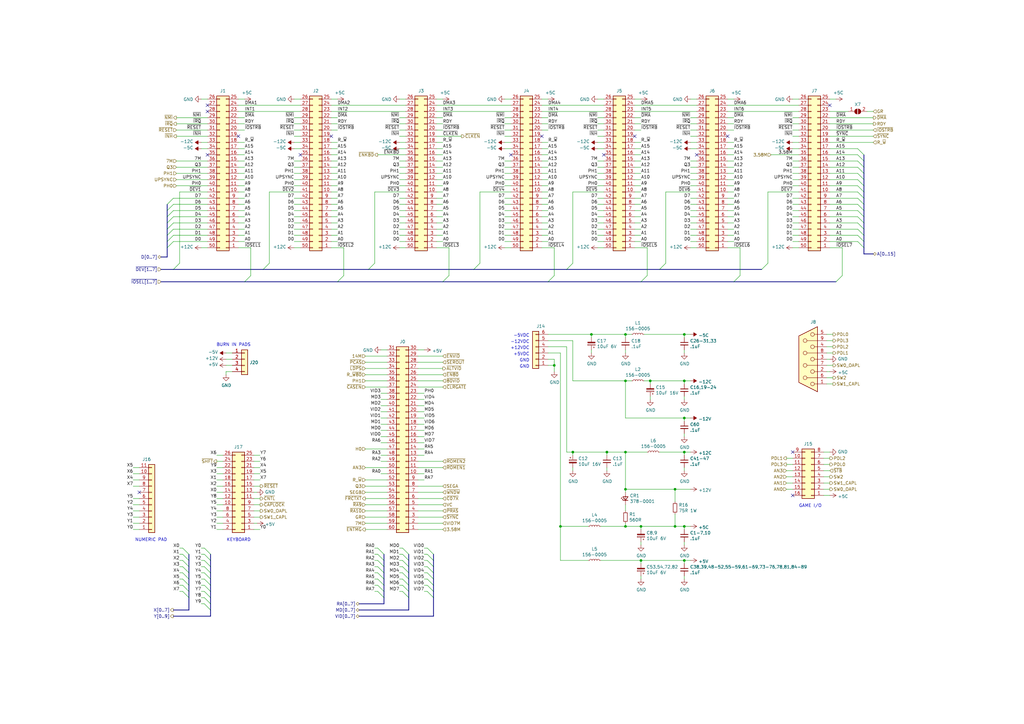
<source format=kicad_sch>
(kicad_sch (version 20230121) (generator eeschema)
  (paper "A3")
  (title_block (title "POWER/CONNECTORS A2E NTSC"))
  (junction (at 280.67 185.42))
  (junction (at 256.54 200.66))
  (junction (at 280.67 156.21))
  (junction (at 234.95 185.42))
  (junction (at 256.54 137.16))
  (junction (at 262.89 215.9))
  (junction (at 256.54 185.42))
  (junction (at 280.67 215.9))
  (junction (at 276.86 200.66))
  (junction (at 280.67 171.45))
  (junction (at 242.57 137.16))
  (junction (at 280.67 137.16))
  (junction (at 256.54 156.21))
  (junction (at 276.86 215.9))
  (junction (at 229.87 215.9))
  (junction (at 227.33 149.86))
  (junction (at 248.92 185.42))
  (junction (at 262.89 229.87))
  (junction (at 280.67 229.87))
  (junction (at 266.7 156.21))
  (junction (at 256.54 215.9))
  (no_connect (at 97.79 55.88))
  (no_connect (at 209.55 63.5))
  (no_connect (at 340.36 43.18))
  (no_connect (at 222.25 55.88))
  (no_connect (at 260.35 55.88))
  (no_connect (at 325.12 185.42))
  (no_connect (at 85.09 45.72))
  (no_connect (at 123.19 63.5))
  (no_connect (at 135.89 55.88))
  (no_connect (at 247.65 63.5))
  (no_connect (at 85.09 63.5))
  (no_connect (at 57.15 201.93))
  (no_connect (at 285.75 63.5))
  (no_connect (at 85.09 43.18))
  (no_connect (at 298.45 55.88))
  (no_connect (at 325.12 203.2))
  (bus_entry (at 83.82 240.03) (size 2.54 2.54))
  (bus_entry (at 351.79 76.2) (size 2.54 2.54))
  (bus_entry (at 68.58 91.44) (size 2.54 -2.54))
  (bus_entry (at 68.58 88.9) (size 2.54 -2.54))
  (bus_entry (at 351.79 78.74) (size 2.54 2.54))
  (bus_entry (at 232.41 110.49) (size 2.54 -2.54))
  (bus_entry (at 83.82 237.49) (size 2.54 2.54))
  (bus_entry (at 165.1 232.41) (size 2.54 2.54))
  (bus_entry (at 165.1 229.87) (size 2.54 2.54))
  (bus_entry (at 68.58 86.36) (size 2.54 -2.54))
  (bus_entry (at 165.1 240.03) (size 2.54 2.54))
  (bus_entry (at 154.94 227.33) (size 2.54 2.54))
  (bus_entry (at 175.26 227.33) (size 2.54 2.54))
  (bus_entry (at 351.79 96.52) (size 2.54 2.54))
  (bus_entry (at 165.1 224.79) (size 2.54 2.54))
  (bus_entry (at 68.58 99.06) (size 2.54 -2.54))
  (bus_entry (at 165.1 234.95) (size 2.54 2.54))
  (bus_entry (at 175.26 240.03) (size 2.54 2.54))
  (bus_entry (at 224.79 115.57) (size 2.54 -2.54))
  (bus_entry (at 68.58 93.98) (size 2.54 -2.54))
  (bus_entry (at 270.51 110.49) (size 2.54 -2.54))
  (bus_entry (at 351.79 91.44) (size 2.54 2.54))
  (bus_entry (at 83.82 229.87) (size 2.54 2.54))
  (bus_entry (at 68.58 101.6) (size 2.54 -2.54))
  (bus_entry (at 351.79 66.04) (size 2.54 2.54))
  (bus_entry (at 71.12 110.49) (size 2.54 -2.54))
  (bus_entry (at 74.93 242.57) (size 2.54 2.54))
  (bus_entry (at 165.1 242.57) (size 2.54 2.54))
  (bus_entry (at 154.94 240.03) (size 2.54 2.54))
  (bus_entry (at 74.93 224.79) (size 2.54 2.54))
  (bus_entry (at 351.79 86.36) (size 2.54 2.54))
  (bus_entry (at 138.43 115.57) (size 2.54 -2.54))
  (bus_entry (at 74.93 232.41) (size 2.54 2.54))
  (bus_entry (at 351.79 60.96) (size 2.54 2.54))
  (bus_entry (at 165.1 237.49) (size 2.54 2.54))
  (bus_entry (at 351.79 83.82) (size 2.54 2.54))
  (bus_entry (at 154.94 234.95) (size 2.54 2.54))
  (bus_entry (at 83.82 247.65) (size 2.54 2.54))
  (bus_entry (at 83.82 245.11) (size 2.54 2.54))
  (bus_entry (at 74.93 227.33) (size 2.54 2.54))
  (bus_entry (at 83.82 234.95) (size 2.54 2.54))
  (bus_entry (at 83.82 242.57) (size 2.54 2.54))
  (bus_entry (at 74.93 240.03) (size 2.54 2.54))
  (bus_entry (at 107.95 110.49) (size 2.54 -2.54))
  (bus_entry (at 312.42 110.49) (size 2.54 -2.54))
  (bus_entry (at 351.79 99.06) (size 2.54 2.54))
  (bus_entry (at 175.26 229.87) (size 2.54 2.54))
  (bus_entry (at 300.99 115.57) (size 2.54 -2.54))
  (bus_entry (at 351.79 88.9) (size 2.54 2.54))
  (bus_entry (at 151.13 110.49) (size 2.54 -2.54))
  (bus_entry (at 100.33 115.57) (size 2.54 -2.54))
  (bus_entry (at 262.89 115.57) (size 2.54 -2.54))
  (bus_entry (at 74.93 229.87) (size 2.54 2.54))
  (bus_entry (at 154.94 232.41) (size 2.54 2.54))
  (bus_entry (at 351.79 68.58) (size 2.54 2.54))
  (bus_entry (at 351.79 81.28) (size 2.54 2.54))
  (bus_entry (at 165.1 227.33) (size 2.54 2.54))
  (bus_entry (at 154.94 242.57) (size 2.54 2.54))
  (bus_entry (at 154.94 224.79) (size 2.54 2.54))
  (bus_entry (at 74.93 234.95) (size 2.54 2.54))
  (bus_entry (at 351.79 71.12) (size 2.54 2.54))
  (bus_entry (at 351.79 63.5) (size 2.54 2.54))
  (bus_entry (at 154.94 237.49) (size 2.54 2.54))
  (bus_entry (at 83.82 224.79) (size 2.54 2.54))
  (bus_entry (at 175.26 232.41) (size 2.54 2.54))
  (bus_entry (at 342.9 115.57) (size 2.54 -2.54))
  (bus_entry (at 175.26 224.79) (size 2.54 2.54))
  (bus_entry (at 83.82 232.41) (size 2.54 2.54))
  (bus_entry (at 181.61 115.57) (size 2.54 -2.54))
  (bus_entry (at 351.79 93.98) (size 2.54 2.54))
  (bus_entry (at 154.94 229.87) (size 2.54 2.54))
  (bus_entry (at 175.26 237.49) (size 2.54 2.54))
  (bus_entry (at 68.58 96.52) (size 2.54 -2.54))
  (bus_entry (at 175.26 234.95) (size 2.54 2.54))
  (bus_entry (at 351.79 73.66) (size 2.54 2.54))
  (bus_entry (at 175.26 242.57) (size 2.54 2.54))
  (bus_entry (at 68.58 83.82) (size 2.54 -2.54))
  (bus_entry (at 194.31 110.49) (size 2.54 -2.54))
  (bus_entry (at 74.93 237.49) (size 2.54 2.54))
  (bus_entry (at 83.82 227.33) (size 2.54 2.54))
  (wire (pts (xy 72.39 68.58) (xy 85.09 68.58)))
  (wire (pts (xy 135.89 96.52) (xy 138.43 96.52)))
  (wire (pts (xy 229.87 215.9) (xy 229.87 229.87)))
  (bus (pts (xy 354.33 76.2) (xy 354.33 78.74)))
  (wire (pts (xy 163.83 73.66) (xy 166.37 73.66)))
  (wire (pts (xy 340.36 86.36) (xy 351.79 86.36)))
  (bus (pts (xy 157.48 242.57) (xy 157.48 245.11)))
  (wire (pts (xy 298.45 86.36) (xy 300.99 86.36)))
  (wire (pts (xy 171.45 151.13) (xy 181.61 151.13)))
  (wire (pts (xy 120.65 58.42) (xy 123.19 58.42)))
  (wire (pts (xy 97.79 96.52) (xy 100.33 96.52)))
  (bus (pts (xy 232.41 110.49) (xy 270.51 110.49)))
  (wire (pts (xy 156.21 143.51) (xy 158.75 143.51)))
  (wire (pts (xy 123.19 40.64) (xy 120.65 40.64)))
  (wire (pts (xy 71.12 99.06) (xy 85.09 99.06)))
  (wire (pts (xy 97.79 93.98) (xy 100.33 93.98)))
  (wire (pts (xy 73.66 229.87) (xy 74.93 229.87)))
  (wire (pts (xy 224.79 139.7) (xy 234.95 139.7)))
  (wire (pts (xy 280.67 143.51) (xy 280.67 144.78)))
  (wire (pts (xy 179.07 55.88) (xy 189.23 55.88)))
  (wire (pts (xy 340.36 78.74) (xy 351.79 78.74)))
  (wire (pts (xy 245.11 101.6) (xy 247.65 101.6)))
  (wire (pts (xy 179.07 81.28) (xy 181.61 81.28)))
  (wire (pts (xy 232.41 185.42) (xy 234.95 185.42)))
  (wire (pts (xy 54.61 194.31) (xy 57.15 194.31)))
  (wire (pts (xy 325.12 81.28) (xy 327.66 81.28)))
  (wire (pts (xy 207.01 58.42) (xy 209.55 58.42)))
  (bus (pts (xy 86.36 250.19) (xy 86.36 252.73)))
  (wire (pts (xy 149.86 153.67) (xy 158.75 153.67)))
  (wire (pts (xy 163.83 68.58) (xy 166.37 68.58)))
  (wire (pts (xy 171.45 214.63) (xy 181.61 214.63)))
  (wire (pts (xy 163.83 81.28) (xy 166.37 81.28)))
  (wire (pts (xy 340.36 88.9) (xy 351.79 88.9)))
  (wire (pts (xy 149.86 207.01) (xy 158.75 207.01)))
  (wire (pts (xy 173.99 232.41) (xy 175.26 232.41)))
  (wire (pts (xy 224.79 137.16) (xy 242.57 137.16)))
  (wire (pts (xy 135.89 81.28) (xy 138.43 81.28)))
  (wire (pts (xy 245.11 93.98) (xy 247.65 93.98)))
  (wire (pts (xy 179.07 78.74) (xy 181.61 78.74)))
  (wire (pts (xy 82.55 232.41) (xy 83.82 232.41)))
  (wire (pts (xy 337.82 185.42) (xy 340.36 185.42)))
  (wire (pts (xy 298.45 58.42) (xy 300.99 58.42)))
  (wire (pts (xy 120.65 81.28) (xy 123.19 81.28)))
  (wire (pts (xy 171.45 204.47) (xy 181.61 204.47)))
  (wire (pts (xy 88.9 189.23) (xy 91.44 189.23)))
  (wire (pts (xy 71.12 83.82) (xy 85.09 83.82)))
  (bus (pts (xy 270.51 110.49) (xy 312.42 110.49)))
  (wire (pts (xy 260.35 76.2) (xy 262.89 76.2)))
  (wire (pts (xy 207.01 71.12) (xy 209.55 71.12)))
  (wire (pts (xy 256.54 215.9) (xy 256.54 214.63)))
  (wire (pts (xy 325.12 73.66) (xy 327.66 73.66)))
  (wire (pts (xy 283.21 53.34) (xy 285.75 53.34)))
  (wire (pts (xy 71.12 93.98) (xy 85.09 93.98)))
  (wire (pts (xy 222.25 96.52) (xy 224.79 96.52)))
  (wire (pts (xy 171.45 207.01) (xy 181.61 207.01)))
  (wire (pts (xy 340.36 73.66) (xy 351.79 73.66)))
  (wire (pts (xy 104.14 207.01) (xy 106.68 207.01)))
  (wire (pts (xy 184.15 101.6) (xy 184.15 113.03)))
  (wire (pts (xy 171.45 176.53) (xy 173.99 176.53)))
  (bus (pts (xy 157.48 232.41) (xy 157.48 234.95)))
  (wire (pts (xy 337.82 198.12) (xy 340.36 198.12)))
  (wire (pts (xy 340.36 91.44) (xy 351.79 91.44)))
  (wire (pts (xy 120.65 60.96) (xy 123.19 60.96)))
  (wire (pts (xy 171.45 143.51) (xy 173.99 143.51)))
  (wire (pts (xy 222.25 73.66) (xy 224.79 73.66)))
  (wire (pts (xy 156.21 168.91) (xy 158.75 168.91)))
  (bus (pts (xy 167.64 237.49) (xy 167.64 240.03)))
  (wire (pts (xy 322.58 195.58) (xy 325.12 195.58)))
  (wire (pts (xy 104.14 196.85) (xy 106.68 196.85)))
  (wire (pts (xy 73.66 237.49) (xy 74.93 237.49)))
  (wire (pts (xy 298.45 99.06) (xy 300.99 99.06)))
  (wire (pts (xy 163.83 237.49) (xy 165.1 237.49)))
  (wire (pts (xy 325.12 55.88) (xy 327.66 55.88)))
  (wire (pts (xy 82.55 245.11) (xy 83.82 245.11)))
  (wire (pts (xy 171.45 186.69) (xy 173.99 186.69)))
  (wire (pts (xy 234.95 186.69) (xy 234.95 185.42)))
  (wire (pts (xy 156.21 176.53) (xy 158.75 176.53)))
  (wire (pts (xy 316.23 63.5) (xy 327.66 63.5)))
  (wire (pts (xy 179.07 96.52) (xy 181.61 96.52)))
  (wire (pts (xy 265.43 101.6) (xy 265.43 113.03)))
  (wire (pts (xy 82.55 229.87) (xy 83.82 229.87)))
  (bus (pts (xy 157.48 237.49) (xy 157.48 240.03)))
  (wire (pts (xy 54.61 209.55) (xy 57.15 209.55)))
  (wire (pts (xy 342.9 40.64) (xy 340.36 40.64)))
  (wire (pts (xy 283.21 55.88) (xy 285.75 55.88)))
  (wire (pts (xy 82.55 240.03) (xy 83.82 240.03)))
  (bus (pts (xy 354.33 96.52) (xy 354.33 99.06)))
  (bus (pts (xy 151.13 110.49) (xy 194.31 110.49)))
  (wire (pts (xy 163.83 48.26) (xy 166.37 48.26)))
  (wire (pts (xy 120.65 71.12) (xy 123.19 71.12)))
  (bus (pts (xy 177.8 240.03) (xy 177.8 242.57)))
  (wire (pts (xy 264.16 156.21) (xy 266.7 156.21)))
  (wire (pts (xy 248.92 185.42) (xy 248.92 186.69)))
  (wire (pts (xy 260.35 73.66) (xy 262.89 73.66)))
  (wire (pts (xy 207.01 96.52) (xy 209.55 96.52)))
  (wire (pts (xy 283.21 171.45) (xy 280.67 171.45)))
  (wire (pts (xy 245.11 55.88) (xy 247.65 55.88)))
  (wire (pts (xy 88.9 201.93) (xy 91.44 201.93)))
  (wire (pts (xy 72.39 53.34) (xy 85.09 53.34)))
  (wire (pts (xy 72.39 66.04) (xy 85.09 66.04)))
  (wire (pts (xy 149.86 158.75) (xy 158.75 158.75)))
  (wire (pts (xy 135.89 68.58) (xy 138.43 68.58)))
  (wire (pts (xy 179.07 88.9) (xy 181.61 88.9)))
  (wire (pts (xy 298.45 66.04) (xy 300.99 66.04)))
  (wire (pts (xy 280.67 215.9) (xy 280.67 217.17)))
  (bus (pts (xy 68.58 96.52) (xy 68.58 99.06)))
  (wire (pts (xy 283.21 71.12) (xy 285.75 71.12)))
  (wire (pts (xy 88.9 196.85) (xy 91.44 196.85)))
  (wire (pts (xy 340.36 96.52) (xy 351.79 96.52)))
  (wire (pts (xy 110.49 78.74) (xy 110.49 107.95)))
  (wire (pts (xy 120.65 86.36) (xy 123.19 86.36)))
  (wire (pts (xy 280.67 222.25) (xy 280.67 223.52)))
  (wire (pts (xy 163.83 242.57) (xy 165.1 242.57)))
  (wire (pts (xy 171.45 184.15) (xy 173.99 184.15)))
  (wire (pts (xy 222.25 45.72) (xy 247.65 45.72)))
  (wire (pts (xy 242.57 143.51) (xy 242.57 144.78)))
  (wire (pts (xy 104.14 194.31) (xy 106.68 194.31)))
  (wire (pts (xy 97.79 71.12) (xy 100.33 71.12)))
  (wire (pts (xy 337.82 187.96) (xy 340.36 187.96)))
  (wire (pts (xy 149.86 217.17) (xy 158.75 217.17)))
  (wire (pts (xy 266.7 162.56) (xy 266.7 163.83)))
  (wire (pts (xy 82.55 237.49) (xy 83.82 237.49)))
  (wire (pts (xy 276.86 215.9) (xy 276.86 210.82)))
  (bus (pts (xy 68.58 105.41) (xy 66.04 105.41)))
  (wire (pts (xy 242.57 137.16) (xy 256.54 137.16)))
  (wire (pts (xy 245.11 88.9) (xy 247.65 88.9)))
  (bus (pts (xy 177.8 229.87) (xy 177.8 232.41)))
  (wire (pts (xy 256.54 171.45) (xy 280.67 171.45)))
  (wire (pts (xy 256.54 200.66) (xy 276.86 200.66)))
  (wire (pts (xy 171.45 179.07) (xy 173.99 179.07)))
  (wire (pts (xy 171.45 199.39) (xy 181.61 199.39)))
  (wire (pts (xy 97.79 76.2) (xy 100.33 76.2)))
  (wire (pts (xy 104.14 201.93) (xy 105.41 201.93)))
  (wire (pts (xy 179.07 53.34) (xy 181.61 53.34)))
  (wire (pts (xy 104.14 214.63) (xy 105.41 214.63)))
  (bus (pts (xy 354.33 71.12) (xy 354.33 73.66)))
  (wire (pts (xy 207.01 86.36) (xy 209.55 86.36)))
  (wire (pts (xy 325.12 83.82) (xy 327.66 83.82)))
  (wire (pts (xy 314.96 78.74) (xy 327.66 78.74)))
  (wire (pts (xy 120.65 68.58) (xy 123.19 68.58)))
  (wire (pts (xy 262.89 229.87) (xy 280.67 229.87)))
  (wire (pts (xy 73.66 234.95) (xy 74.93 234.95)))
  (wire (pts (xy 276.86 215.9) (xy 280.67 215.9)))
  (wire (pts (xy 325.12 71.12) (xy 327.66 71.12)))
  (wire (pts (xy 339.09 144.78) (xy 341.63 144.78)))
  (wire (pts (xy 222.25 48.26) (xy 224.79 48.26)))
  (wire (pts (xy 209.55 40.64) (xy 207.01 40.64)))
  (bus (pts (xy 177.8 232.41) (xy 177.8 234.95)))
  (wire (pts (xy 82.55 242.57) (xy 83.82 242.57)))
  (wire (pts (xy 88.9 186.69) (xy 91.44 186.69)))
  (wire (pts (xy 104.14 204.47) (xy 106.68 204.47)))
  (wire (pts (xy 135.89 91.44) (xy 138.43 91.44)))
  (wire (pts (xy 173.99 240.03) (xy 175.26 240.03)))
  (wire (pts (xy 246.38 229.87) (xy 262.89 229.87)))
  (bus (pts (xy 354.33 66.04) (xy 354.33 68.58)))
  (wire (pts (xy 163.83 91.44) (xy 166.37 91.44)))
  (wire (pts (xy 260.35 81.28) (xy 262.89 81.28)))
  (wire (pts (xy 245.11 99.06) (xy 247.65 99.06)))
  (wire (pts (xy 260.35 66.04) (xy 262.89 66.04)))
  (wire (pts (xy 260.35 99.06) (xy 262.89 99.06)))
  (wire (pts (xy 171.45 181.61) (xy 173.99 181.61)))
  (wire (pts (xy 163.83 224.79) (xy 165.1 224.79)))
  (bus (pts (xy 77.47 240.03) (xy 77.47 242.57)))
  (wire (pts (xy 153.67 237.49) (xy 154.94 237.49)))
  (wire (pts (xy 171.45 201.93) (xy 181.61 201.93)))
  (wire (pts (xy 97.79 45.72) (xy 123.19 45.72)))
  (wire (pts (xy 97.79 48.26) (xy 100.33 48.26)))
  (wire (pts (xy 92.71 152.4) (xy 92.71 153.67)))
  (bus (pts (xy 354.33 99.06) (xy 354.33 101.6)))
  (wire (pts (xy 135.89 88.9) (xy 138.43 88.9)))
  (wire (pts (xy 120.65 101.6) (xy 123.19 101.6)))
  (wire (pts (xy 280.67 162.56) (xy 280.67 163.83)))
  (bus (pts (xy 68.58 91.44) (xy 68.58 93.98)))
  (wire (pts (xy 104.14 217.17) (xy 106.68 217.17)))
  (wire (pts (xy 72.39 76.2) (xy 85.09 76.2)))
  (wire (pts (xy 325.12 93.98) (xy 327.66 93.98)))
  (wire (pts (xy 325.12 48.26) (xy 327.66 48.26)))
  (wire (pts (xy 345.44 101.6) (xy 345.44 113.03)))
  (wire (pts (xy 135.89 53.34) (xy 138.43 53.34)))
  (wire (pts (xy 207.01 73.66) (xy 209.55 73.66)))
  (wire (pts (xy 163.83 66.04) (xy 166.37 66.04)))
  (wire (pts (xy 104.14 212.09) (xy 106.68 212.09)))
  (wire (pts (xy 283.21 88.9) (xy 285.75 88.9)))
  (bus (pts (xy 181.61 115.57) (xy 224.79 115.57)))
  (wire (pts (xy 280.67 137.16) (xy 283.21 137.16)))
  (wire (pts (xy 153.67 232.41) (xy 154.94 232.41)))
  (wire (pts (xy 82.55 224.79) (xy 83.82 224.79)))
  (wire (pts (xy 171.45 161.29) (xy 173.99 161.29)))
  (wire (pts (xy 149.86 199.39) (xy 158.75 199.39)))
  (wire (pts (xy 153.67 229.87) (xy 154.94 229.87)))
  (wire (pts (xy 280.67 236.22) (xy 280.67 237.49)))
  (wire (pts (xy 283.21 93.98) (xy 285.75 93.98)))
  (wire (pts (xy 256.54 207.01) (xy 256.54 209.55)))
  (bus (pts (xy 224.79 115.57) (xy 262.89 115.57)))
  (bus (pts (xy 177.8 234.95) (xy 177.8 237.49)))
  (wire (pts (xy 298.45 63.5) (xy 300.99 63.5)))
  (wire (pts (xy 340.36 99.06) (xy 351.79 99.06)))
  (wire (pts (xy 207.01 53.34) (xy 209.55 53.34)))
  (wire (pts (xy 88.9 199.39) (xy 91.44 199.39)))
  (wire (pts (xy 280.67 185.42) (xy 283.21 185.42)))
  (bus (pts (xy 354.33 86.36) (xy 354.33 88.9)))
  (bus (pts (xy 354.33 93.98) (xy 354.33 96.52)))
  (bus (pts (xy 177.8 227.33) (xy 177.8 229.87)))
  (wire (pts (xy 97.79 81.28) (xy 100.33 81.28)))
  (wire (pts (xy 256.54 143.51) (xy 256.54 144.78)))
  (bus (pts (xy 157.48 240.03) (xy 157.48 242.57)))
  (wire (pts (xy 260.35 60.96) (xy 262.89 60.96)))
  (wire (pts (xy 337.82 200.66) (xy 340.36 200.66)))
  (wire (pts (xy 325.12 66.04) (xy 327.66 66.04)))
  (wire (pts (xy 196.85 78.74) (xy 196.85 107.95)))
  (wire (pts (xy 322.58 190.5) (xy 325.12 190.5)))
  (wire (pts (xy 171.45 168.91) (xy 173.99 168.91)))
  (bus (pts (xy 167.64 229.87) (xy 167.64 232.41)))
  (wire (pts (xy 283.21 83.82) (xy 285.75 83.82)))
  (wire (pts (xy 224.79 40.64) (xy 222.25 40.64)))
  (wire (pts (xy 171.45 212.09) (xy 181.61 212.09)))
  (wire (pts (xy 298.45 43.18) (xy 327.66 43.18)))
  (bus (pts (xy 177.8 252.73) (xy 147.32 252.73)))
  (wire (pts (xy 264.16 137.16) (xy 280.67 137.16)))
  (bus (pts (xy 66.04 110.49) (xy 71.12 110.49)))
  (wire (pts (xy 222.25 78.74) (xy 224.79 78.74)))
  (bus (pts (xy 68.58 88.9) (xy 68.58 91.44)))
  (wire (pts (xy 247.65 40.64) (xy 245.11 40.64)))
  (wire (pts (xy 92.71 149.86) (xy 95.25 149.86)))
  (bus (pts (xy 167.64 232.41) (xy 167.64 234.95)))
  (wire (pts (xy 135.89 63.5) (xy 138.43 63.5)))
  (wire (pts (xy 298.45 81.28) (xy 300.99 81.28)))
  (wire (pts (xy 171.45 171.45) (xy 173.99 171.45)))
  (wire (pts (xy 179.07 58.42) (xy 181.61 58.42)))
  (wire (pts (xy 88.9 217.17) (xy 91.44 217.17)))
  (wire (pts (xy 73.66 227.33) (xy 74.93 227.33)))
  (wire (pts (xy 283.21 58.42) (xy 285.75 58.42)))
  (wire (pts (xy 245.11 86.36) (xy 247.65 86.36)))
  (wire (pts (xy 260.35 68.58) (xy 262.89 68.58)))
  (wire (pts (xy 207.01 48.26) (xy 209.55 48.26)))
  (wire (pts (xy 207.01 88.9) (xy 209.55 88.9)))
  (wire (pts (xy 245.11 48.26) (xy 247.65 48.26)))
  (wire (pts (xy 283.21 101.6) (xy 285.75 101.6)))
  (wire (pts (xy 207.01 60.96) (xy 209.55 60.96)))
  (wire (pts (xy 260.35 88.9) (xy 262.89 88.9)))
  (wire (pts (xy 156.21 189.23) (xy 158.75 189.23)))
  (wire (pts (xy 156.21 181.61) (xy 158.75 181.61)))
  (wire (pts (xy 340.36 48.26) (xy 358.14 48.26)))
  (wire (pts (xy 135.89 73.66) (xy 138.43 73.66)))
  (wire (pts (xy 73.66 232.41) (xy 74.93 232.41)))
  (wire (pts (xy 171.45 163.83) (xy 173.99 163.83)))
  (wire (pts (xy 256.54 215.9) (xy 262.89 215.9)))
  (wire (pts (xy 92.71 144.78) (xy 95.25 144.78)))
  (bus (pts (xy 66.04 115.57) (xy 100.33 115.57)))
  (wire (pts (xy 149.86 201.93) (xy 158.75 201.93)))
  (wire (pts (xy 262.89 229.87) (xy 262.89 231.14)))
  (wire (pts (xy 179.07 83.82) (xy 181.61 83.82)))
  (wire (pts (xy 340.36 58.42) (xy 358.14 58.42)))
  (wire (pts (xy 224.79 147.32) (xy 227.33 147.32)))
  (wire (pts (xy 234.95 78.74) (xy 247.65 78.74)))
  (wire (pts (xy 97.79 43.18) (xy 123.19 43.18)))
  (wire (pts (xy 156.21 161.29) (xy 158.75 161.29)))
  (wire (pts (xy 135.89 86.36) (xy 138.43 86.36)))
  (wire (pts (xy 229.87 229.87) (xy 241.3 229.87)))
  (wire (pts (xy 207.01 68.58) (xy 209.55 68.58)))
  (wire (pts (xy 337.82 195.58) (xy 340.36 195.58)))
  (wire (pts (xy 153.67 78.74) (xy 153.67 107.95)))
  (bus (pts (xy 177.8 245.11) (xy 177.8 252.73)))
  (wire (pts (xy 156.21 186.69) (xy 158.75 186.69)))
  (wire (pts (xy 135.89 48.26) (xy 138.43 48.26)))
  (wire (pts (xy 248.92 185.42) (xy 256.54 185.42)))
  (wire (pts (xy 104.14 199.39) (xy 106.68 199.39)))
  (wire (pts (xy 82.55 234.95) (xy 83.82 234.95)))
  (wire (pts (xy 245.11 96.52) (xy 247.65 96.52)))
  (wire (pts (xy 153.67 227.33) (xy 154.94 227.33)))
  (wire (pts (xy 283.21 68.58) (xy 285.75 68.58)))
  (wire (pts (xy 280.67 137.16) (xy 280.67 138.43)))
  (wire (pts (xy 222.25 71.12) (xy 224.79 71.12)))
  (wire (pts (xy 339.09 154.94) (xy 341.63 154.94)))
  (wire (pts (xy 340.36 63.5) (xy 351.79 63.5)))
  (wire (pts (xy 298.45 68.58) (xy 300.99 68.58)))
  (wire (pts (xy 232.41 142.24) (xy 232.41 185.42)))
  (wire (pts (xy 270.51 185.42) (xy 280.67 185.42)))
  (wire (pts (xy 276.86 205.74) (xy 276.86 200.66)))
  (wire (pts (xy 298.45 88.9) (xy 300.99 88.9)))
  (wire (pts (xy 179.07 99.06) (xy 181.61 99.06)))
  (wire (pts (xy 149.86 191.77) (xy 158.75 191.77)))
  (wire (pts (xy 163.83 99.06) (xy 166.37 99.06)))
  (bus (pts (xy 86.36 227.33) (xy 86.36 229.87)))
  (wire (pts (xy 149.86 196.85) (xy 158.75 196.85)))
  (wire (pts (xy 256.54 185.42) (xy 265.43 185.42)))
  (bus (pts (xy 77.47 245.11) (xy 77.47 250.19)))
  (bus (pts (xy 107.95 110.49) (xy 151.13 110.49)))
  (wire (pts (xy 322.58 198.12) (xy 325.12 198.12)))
  (wire (pts (xy 339.09 152.4) (xy 340.36 152.4)))
  (wire (pts (xy 260.35 58.42) (xy 262.89 58.42)))
  (wire (pts (xy 97.79 73.66) (xy 100.33 73.66)))
  (bus (pts (xy 77.47 232.41) (xy 77.47 234.95)))
  (wire (pts (xy 88.9 194.31) (xy 91.44 194.31)))
  (wire (pts (xy 95.25 152.4) (xy 92.71 152.4)))
  (wire (pts (xy 325.12 96.52) (xy 327.66 96.52)))
  (wire (pts (xy 97.79 53.34) (xy 100.33 53.34)))
  (wire (pts (xy 222.25 58.42) (xy 224.79 58.42)))
  (wire (pts (xy 260.35 43.18) (xy 285.75 43.18)))
  (wire (pts (xy 325.12 50.8) (xy 327.66 50.8)))
  (bus (pts (xy 100.33 115.57) (xy 138.43 115.57)))
  (bus (pts (xy 86.36 242.57) (xy 86.36 245.11)))
  (wire (pts (xy 171.45 173.99) (xy 173.99 173.99)))
  (bus (pts (xy 86.36 245.11) (xy 86.36 247.65)))
  (wire (pts (xy 179.07 101.6) (xy 184.15 101.6)))
  (wire (pts (xy 207.01 91.44) (xy 209.55 91.44)))
  (wire (pts (xy 207.01 99.06) (xy 209.55 99.06)))
  (wire (pts (xy 325.12 53.34) (xy 327.66 53.34)))
  (wire (pts (xy 171.45 196.85) (xy 173.99 196.85)))
  (wire (pts (xy 325.12 68.58) (xy 327.66 68.58)))
  (wire (pts (xy 173.99 224.79) (xy 175.26 224.79)))
  (wire (pts (xy 262.89 236.22) (xy 262.89 237.49)))
  (wire (pts (xy 135.89 93.98) (xy 138.43 93.98)))
  (wire (pts (xy 171.45 209.55) (xy 181.61 209.55)))
  (bus (pts (xy 68.58 99.06) (xy 68.58 101.6)))
  (bus (pts (xy 86.36 229.87) (xy 86.36 232.41)))
  (wire (pts (xy 298.45 91.44) (xy 300.99 91.44)))
  (wire (pts (xy 149.86 151.13) (xy 158.75 151.13)))
  (bus (pts (xy 86.36 252.73) (xy 71.12 252.73)))
  (wire (pts (xy 298.45 45.72) (xy 327.66 45.72)))
  (wire (pts (xy 88.9 214.63) (xy 91.44 214.63)))
  (wire (pts (xy 149.86 212.09) (xy 158.75 212.09)))
  (wire (pts (xy 325.12 91.44) (xy 327.66 91.44)))
  (wire (pts (xy 245.11 60.96) (xy 247.65 60.96)))
  (wire (pts (xy 260.35 96.52) (xy 262.89 96.52)))
  (wire (pts (xy 171.45 166.37) (xy 173.99 166.37)))
  (wire (pts (xy 97.79 58.42) (xy 100.33 58.42)))
  (wire (pts (xy 285.75 40.64) (xy 283.21 40.64)))
  (wire (pts (xy 340.36 60.96) (xy 351.79 60.96)))
  (wire (pts (xy 120.65 83.82) (xy 123.19 83.82)))
  (wire (pts (xy 140.97 101.6) (xy 140.97 113.03)))
  (wire (pts (xy 256.54 156.21) (xy 256.54 171.45)))
  (wire (pts (xy 245.11 91.44) (xy 247.65 91.44)))
  (wire (pts (xy 54.61 207.01) (xy 57.15 207.01)))
  (wire (pts (xy 153.67 78.74) (xy 166.37 78.74)))
  (wire (pts (xy 149.86 184.15) (xy 158.75 184.15)))
  (wire (pts (xy 71.12 88.9) (xy 85.09 88.9)))
  (wire (pts (xy 163.83 232.41) (xy 165.1 232.41)))
  (wire (pts (xy 207.01 93.98) (xy 209.55 93.98)))
  (bus (pts (xy 157.48 229.87) (xy 157.48 232.41)))
  (wire (pts (xy 303.53 101.6) (xy 303.53 113.03)))
  (wire (pts (xy 135.89 60.96) (xy 138.43 60.96)))
  (wire (pts (xy 179.07 68.58) (xy 181.61 68.58)))
  (wire (pts (xy 71.12 96.52) (xy 85.09 96.52)))
  (wire (pts (xy 72.39 48.26) (xy 85.09 48.26)))
  (wire (pts (xy 245.11 58.42) (xy 247.65 58.42)))
  (wire (pts (xy 171.45 146.05) (xy 181.61 146.05)))
  (wire (pts (xy 322.58 200.66) (xy 325.12 200.66)))
  (bus (pts (xy 77.47 237.49) (xy 77.47 240.03)))
  (wire (pts (xy 82.55 60.96) (xy 85.09 60.96)))
  (bus (pts (xy 157.48 234.95) (xy 157.48 237.49)))
  (wire (pts (xy 135.89 43.18) (xy 166.37 43.18)))
  (wire (pts (xy 135.89 99.06) (xy 138.43 99.06)))
  (wire (pts (xy 355.6 45.72) (xy 358.14 45.72)))
  (wire (pts (xy 54.61 214.63) (xy 57.15 214.63)))
  (wire (pts (xy 207.01 76.2) (xy 209.55 76.2)))
  (wire (pts (xy 339.09 139.7) (xy 341.63 139.7)))
  (wire (pts (xy 298.45 101.6) (xy 303.53 101.6)))
  (wire (pts (xy 163.83 76.2) (xy 166.37 76.2)))
  (wire (pts (xy 340.36 81.28) (xy 351.79 81.28)))
  (wire (pts (xy 224.79 149.86) (xy 227.33 149.86)))
  (wire (pts (xy 54.61 204.47) (xy 57.15 204.47)))
  (wire (pts (xy 276.86 200.66) (xy 283.21 200.66)))
  (wire (pts (xy 179.07 45.72) (xy 209.55 45.72)))
  (wire (pts (xy 97.79 60.96) (xy 100.33 60.96)))
  (bus (pts (xy 68.58 93.98) (xy 68.58 96.52)))
  (bus (pts (xy 157.48 247.65) (xy 147.32 247.65)))
  (wire (pts (xy 179.07 91.44) (xy 181.61 91.44)))
  (bus (pts (xy 68.58 101.6) (xy 68.58 105.41)))
  (wire (pts (xy 196.85 78.74) (xy 209.55 78.74)))
  (bus (pts (xy 77.47 242.57) (xy 77.47 245.11)))
  (wire (pts (xy 179.07 73.66) (xy 181.61 73.66)))
  (wire (pts (xy 100.33 40.64) (xy 97.79 40.64)))
  (bus (pts (xy 167.64 245.11) (xy 167.64 250.19)))
  (wire (pts (xy 234.95 78.74) (xy 234.95 107.95)))
  (bus (pts (xy 167.64 234.95) (xy 167.64 237.49)))
  (bus (pts (xy 86.36 237.49) (xy 86.36 240.03)))
  (wire (pts (xy 227.33 101.6) (xy 227.33 113.03)))
  (wire (pts (xy 120.65 66.04) (xy 123.19 66.04)))
  (wire (pts (xy 156.21 194.31) (xy 158.75 194.31)))
  (wire (pts (xy 163.83 96.52) (xy 166.37 96.52)))
  (wire (pts (xy 153.67 234.95) (xy 154.94 234.95)))
  (wire (pts (xy 207.01 83.82) (xy 209.55 83.82)))
  (bus (pts (xy 177.8 242.57) (xy 177.8 245.11)))
  (wire (pts (xy 72.39 50.8) (xy 85.09 50.8)))
  (wire (pts (xy 171.45 189.23) (xy 181.61 189.23)))
  (wire (pts (xy 179.07 66.04) (xy 181.61 66.04)))
  (wire (pts (xy 120.65 55.88) (xy 123.19 55.88)))
  (wire (pts (xy 283.21 96.52) (xy 285.75 96.52)))
  (wire (pts (xy 163.83 229.87) (xy 165.1 229.87)))
  (wire (pts (xy 104.14 191.77) (xy 106.68 191.77)))
  (wire (pts (xy 82.55 227.33) (xy 83.82 227.33)))
  (wire (pts (xy 234.95 139.7) (xy 234.95 156.21)))
  (wire (pts (xy 72.39 55.88) (xy 85.09 55.88)))
  (wire (pts (xy 207.01 101.6) (xy 209.55 101.6)))
  (wire (pts (xy 207.01 55.88) (xy 209.55 55.88)))
  (bus (pts (xy 167.64 240.03) (xy 167.64 242.57)))
  (bus (pts (xy 354.33 73.66) (xy 354.33 76.2)))
  (wire (pts (xy 325.12 86.36) (xy 327.66 86.36)))
  (wire (pts (xy 298.45 53.34) (xy 300.99 53.34)))
  (wire (pts (xy 260.35 53.34) (xy 262.89 53.34)))
  (bus (pts (xy 77.47 250.19) (xy 71.12 250.19)))
  (bus (pts (xy 71.12 110.49) (xy 107.95 110.49)))
  (wire (pts (xy 298.45 96.52) (xy 300.99 96.52)))
  (wire (pts (xy 280.67 171.45) (xy 280.67 172.72)))
  (wire (pts (xy 138.43 40.64) (xy 135.89 40.64)))
  (wire (pts (xy 339.09 147.32) (xy 340.36 147.32)))
  (wire (pts (xy 325.12 76.2) (xy 327.66 76.2)))
  (wire (pts (xy 54.61 199.39) (xy 57.15 199.39)))
  (wire (pts (xy 54.61 196.85) (xy 57.15 196.85)))
  (wire (pts (xy 54.61 191.77) (xy 57.15 191.77)))
  (wire (pts (xy 171.45 158.75) (xy 181.61 158.75)))
  (wire (pts (xy 156.21 166.37) (xy 158.75 166.37)))
  (wire (pts (xy 135.89 45.72) (xy 166.37 45.72)))
  (wire (pts (xy 283.21 91.44) (xy 285.75 91.44)))
  (wire (pts (xy 325.12 88.9) (xy 327.66 88.9)))
  (wire (pts (xy 163.83 101.6) (xy 166.37 101.6)))
  (wire (pts (xy 256.54 185.42) (xy 256.54 200.66)))
  (wire (pts (xy 120.65 48.26) (xy 123.19 48.26)))
  (wire (pts (xy 260.35 83.82) (xy 262.89 83.82)))
  (wire (pts (xy 179.07 71.12) (xy 181.61 71.12)))
  (wire (pts (xy 72.39 73.66) (xy 85.09 73.66)))
  (wire (pts (xy 256.54 137.16) (xy 256.54 138.43)))
  (wire (pts (xy 73.66 242.57) (xy 74.93 242.57)))
  (wire (pts (xy 135.89 66.04) (xy 138.43 66.04)))
  (wire (pts (xy 227.33 147.32) (xy 227.33 149.86)))
  (wire (pts (xy 179.07 60.96) (xy 181.61 60.96)))
  (wire (pts (xy 260.35 71.12) (xy 262.89 71.12)))
  (wire (pts (xy 283.21 66.04) (xy 285.75 66.04)))
  (wire (pts (xy 179.07 48.26) (xy 181.61 48.26)))
  (wire (pts (xy 222.25 63.5) (xy 224.79 63.5)))
  (wire (pts (xy 298.45 71.12) (xy 300.99 71.12)))
  (wire (pts (xy 245.11 83.82) (xy 247.65 83.82)))
  (wire (pts (xy 322.58 187.96) (xy 325.12 187.96)))
  (wire (pts (xy 97.79 66.04) (xy 100.33 66.04)))
  (wire (pts (xy 256.54 200.66) (xy 256.54 201.93)))
  (wire (pts (xy 340.36 50.8) (xy 358.14 50.8)))
  (wire (pts (xy 179.07 63.5) (xy 181.61 63.5)))
  (bus (pts (xy 86.36 247.65) (xy 86.36 250.19)))
  (wire (pts (xy 280.67 191.77) (xy 280.67 193.04)))
  (bus (pts (xy 354.33 101.6) (xy 354.33 104.14)))
  (wire (pts (xy 156.21 171.45) (xy 158.75 171.45)))
  (wire (pts (xy 173.99 227.33) (xy 175.26 227.33)))
  (wire (pts (xy 339.09 137.16) (xy 341.63 137.16)))
  (wire (pts (xy 179.07 50.8) (xy 181.61 50.8)))
  (wire (pts (xy 54.61 212.09) (xy 57.15 212.09)))
  (wire (pts (xy 120.65 88.9) (xy 123.19 88.9)))
  (wire (pts (xy 97.79 83.82) (xy 100.33 83.82)))
  (wire (pts (xy 163.83 88.9) (xy 166.37 88.9)))
  (wire (pts (xy 283.21 99.06) (xy 285.75 99.06)))
  (wire (pts (xy 325.12 58.42) (xy 327.66 58.42)))
  (wire (pts (xy 280.67 185.42) (xy 280.67 186.69)))
  (wire (pts (xy 245.11 50.8) (xy 247.65 50.8)))
  (wire (pts (xy 135.89 71.12) (xy 138.43 71.12)))
  (wire (pts (xy 154.94 63.5) (xy 166.37 63.5)))
  (wire (pts (xy 325.12 60.96) (xy 327.66 60.96)))
  (bus (pts (xy 167.64 242.57) (xy 167.64 245.11)))
  (wire (pts (xy 97.79 68.58) (xy 100.33 68.58)))
  (wire (pts (xy 266.7 156.21) (xy 266.7 157.48)))
  (wire (pts (xy 179.07 93.98) (xy 181.61 93.98)))
  (wire (pts (xy 245.11 71.12) (xy 247.65 71.12)))
  (wire (pts (xy 163.83 60.96) (xy 166.37 60.96)))
  (wire (pts (xy 245.11 53.34) (xy 247.65 53.34)))
  (wire (pts (xy 298.45 50.8) (xy 300.99 50.8)))
  (wire (pts (xy 149.86 204.47) (xy 158.75 204.47)))
  (bus (pts (xy 354.33 91.44) (xy 354.33 93.98)))
  (wire (pts (xy 149.86 156.21) (xy 158.75 156.21)))
  (wire (pts (xy 97.79 99.06) (xy 100.33 99.06)))
  (wire (pts (xy 337.82 193.04) (xy 340.36 193.04)))
  (wire (pts (xy 71.12 86.36) (xy 85.09 86.36)))
  (wire (pts (xy 97.79 78.74) (xy 100.33 78.74)))
  (wire (pts (xy 120.65 73.66) (xy 123.19 73.66)))
  (wire (pts (xy 171.45 194.31) (xy 173.99 194.31)))
  (wire (pts (xy 222.25 101.6) (xy 227.33 101.6)))
  (wire (pts (xy 120.65 53.34) (xy 123.19 53.34)))
  (wire (pts (xy 71.12 81.28) (xy 85.09 81.28)))
  (bus (pts (xy 68.58 83.82) (xy 68.58 86.36)))
  (wire (pts (xy 91.44 204.47) (xy 88.9 204.47)))
  (wire (pts (xy 171.45 156.21) (xy 181.61 156.21)))
  (wire (pts (xy 156.21 179.07) (xy 158.75 179.07)))
  (bus (pts (xy 354.33 78.74) (xy 354.33 81.28)))
  (wire (pts (xy 262.89 215.9) (xy 276.86 215.9)))
  (wire (pts (xy 163.83 240.03) (xy 165.1 240.03)))
  (wire (pts (xy 171.45 153.67) (xy 181.61 153.67)))
  (wire (pts (xy 245.11 66.04) (xy 247.65 66.04)))
  (wire (pts (xy 283.21 76.2) (xy 285.75 76.2)))
  (wire (pts (xy 181.61 40.64) (xy 179.07 40.64)))
  (wire (pts (xy 149.86 209.55) (xy 158.75 209.55)))
  (bus (pts (xy 157.48 227.33) (xy 157.48 229.87)))
  (wire (pts (xy 88.9 207.01) (xy 91.44 207.01)))
  (wire (pts (xy 273.05 78.74) (xy 285.75 78.74)))
  (wire (pts (xy 325.12 101.6) (xy 327.66 101.6)))
  (wire (pts (xy 340.36 76.2) (xy 351.79 76.2)))
  (wire (pts (xy 322.58 193.04) (xy 325.12 193.04)))
  (wire (pts (xy 179.07 43.18) (xy 209.55 43.18)))
  (bus (pts (xy 262.89 115.57) (xy 300.99 115.57)))
  (wire (pts (xy 260.35 86.36) (xy 262.89 86.36)))
  (wire (pts (xy 163.83 50.8) (xy 166.37 50.8)))
  (wire (pts (xy 260.35 50.8) (xy 262.89 50.8)))
  (wire (pts (xy 260.35 91.44) (xy 262.89 91.44)))
  (wire (pts (xy 222.25 88.9) (xy 224.79 88.9)))
  (wire (pts (xy 163.83 71.12) (xy 166.37 71.12)))
  (wire (pts (xy 280.67 177.8) (xy 280.67 179.07)))
  (wire (pts (xy 97.79 86.36) (xy 100.33 86.36)))
  (wire (pts (xy 171.45 191.77) (xy 181.61 191.77)))
  (wire (pts (xy 88.9 191.77) (xy 91.44 191.77)))
  (wire (pts (xy 163.83 58.42) (xy 166.37 58.42)))
  (wire (pts (xy 298.45 83.82) (xy 300.99 83.82)))
  (wire (pts (xy 97.79 63.5) (xy 100.33 63.5)))
  (wire (pts (xy 222.25 66.04) (xy 224.79 66.04)))
  (wire (pts (xy 97.79 88.9) (xy 100.33 88.9)))
  (wire (pts (xy 163.83 93.98) (xy 166.37 93.98)))
  (wire (pts (xy 156.21 163.83) (xy 158.75 163.83)))
  (wire (pts (xy 135.89 83.82) (xy 138.43 83.82)))
  (wire (pts (xy 300.99 40.64) (xy 298.45 40.64)))
  (wire (pts (xy 173.99 237.49) (xy 175.26 237.49)))
  (wire (pts (xy 262.89 217.17) (xy 262.89 215.9)))
  (wire (pts (xy 283.21 60.96) (xy 285.75 60.96)))
  (wire (pts (xy 120.65 91.44) (xy 123.19 91.44)))
  (wire (pts (xy 163.83 234.95) (xy 165.1 234.95)))
  (wire (pts (xy 222.25 76.2) (xy 224.79 76.2)))
  (wire (pts (xy 262.89 40.64) (xy 260.35 40.64)))
  (wire (pts (xy 222.25 93.98) (xy 224.79 93.98)))
  (wire (pts (xy 82.55 58.42) (xy 85.09 58.42)))
  (wire (pts (xy 207.01 81.28) (xy 209.55 81.28)))
  (wire (pts (xy 222.25 60.96) (xy 224.79 60.96)))
  (wire (pts (xy 222.25 91.44) (xy 224.79 91.44)))
  (wire (pts (xy 224.79 144.78) (xy 229.87 144.78)))
  (wire (pts (xy 88.9 212.09) (xy 91.44 212.09)))
  (wire (pts (xy 339.09 142.24) (xy 341.63 142.24)))
  (wire (pts (xy 104.14 189.23) (xy 106.68 189.23)))
  (wire (pts (xy 104.14 186.69) (xy 106.68 186.69)))
  (bus (pts (xy 68.58 86.36) (xy 68.58 88.9)))
  (wire (pts (xy 207.01 50.8) (xy 209.55 50.8)))
  (wire (pts (xy 222.25 50.8) (xy 224.79 50.8)))
  (wire (pts (xy 260.35 78.74) (xy 262.89 78.74)))
  (wire (pts (xy 173.99 234.95) (xy 175.26 234.95)))
  (wire (pts (xy 283.21 81.28) (xy 285.75 81.28)))
  (wire (pts (xy 73.66 224.79) (xy 74.93 224.79)))
  (wire (pts (xy 283.21 86.36) (xy 285.75 86.36)))
  (wire (pts (xy 135.89 101.6) (xy 140.97 101.6)))
  (bus (pts (xy 354.33 68.58) (xy 354.33 71.12)))
  (wire (pts (xy 73.66 78.74) (xy 85.09 78.74)))
  (wire (pts (xy 340.36 101.6) (xy 345.44 101.6)))
  (bus (pts (xy 354.33 63.5) (xy 354.33 66.04)))
  (wire (pts (xy 246.38 215.9) (xy 256.54 215.9)))
  (bus (pts (xy 77.47 227.33) (xy 77.47 229.87)))
  (wire (pts (xy 325.12 99.06) (xy 327.66 99.06)))
  (wire (pts (xy 153.67 224.79) (xy 154.94 224.79)))
  (wire (pts (xy 245.11 81.28) (xy 247.65 81.28)))
  (wire (pts (xy 207.01 66.04) (xy 209.55 66.04)))
  (wire (pts (xy 222.25 68.58) (xy 224.79 68.58)))
  (wire (pts (xy 92.71 147.32) (xy 95.25 147.32)))
  (wire (pts (xy 102.87 101.6) (xy 102.87 113.03)))
  (bus (pts (xy 86.36 234.95) (xy 86.36 237.49)))
  (wire (pts (xy 224.79 142.24) (xy 232.41 142.24)))
  (wire (pts (xy 73.66 78.74) (xy 73.66 107.95)))
  (wire (pts (xy 260.35 45.72) (xy 285.75 45.72)))
  (bus (pts (xy 77.47 234.95) (xy 77.47 237.49)))
  (wire (pts (xy 82.55 247.65) (xy 83.82 247.65)))
  (wire (pts (xy 110.49 78.74) (xy 123.19 78.74)))
  (wire (pts (xy 135.89 76.2) (xy 138.43 76.2)))
  (wire (pts (xy 283.21 73.66) (xy 285.75 73.66)))
  (wire (pts (xy 262.89 223.52) (xy 262.89 222.25)))
  (wire (pts (xy 97.79 50.8) (xy 100.33 50.8)))
  (wire (pts (xy 256.54 156.21) (xy 259.08 156.21)))
  (wire (pts (xy 234.95 185.42) (xy 248.92 185.42)))
  (wire (pts (xy 120.65 96.52) (xy 123.19 96.52)))
  (bus (pts (xy 354.33 104.14) (xy 358.14 104.14)))
  (wire (pts (xy 227.33 149.86) (xy 227.33 152.4)))
  (wire (pts (xy 222.25 86.36) (xy 224.79 86.36)))
  (wire (pts (xy 135.89 50.8) (xy 138.43 50.8)))
  (wire (pts (xy 245.11 73.66) (xy 247.65 73.66)))
  (wire (pts (xy 82.55 101.6) (xy 85.09 101.6)))
  (wire (pts (xy 260.35 63.5) (xy 262.89 63.5)))
  (bus (pts (xy 167.64 227.33) (xy 167.64 229.87)))
  (wire (pts (xy 283.21 215.9) (xy 280.67 215.9)))
  (wire (pts (xy 298.45 48.26) (xy 300.99 48.26)))
  (wire (pts (xy 340.36 66.04) (xy 351.79 66.04)))
  (wire (pts (xy 88.9 209.55) (xy 91.44 209.55)))
  (wire (pts (xy 298.45 76.2) (xy 300.99 76.2)))
  (bus (pts (xy 300.99 115.57) (xy 342.9 115.57)))
  (wire (pts (xy 171.45 217.17) (xy 181.61 217.17)))
  (bus (pts (xy 354.33 83.82) (xy 354.33 86.36)))
  (wire (pts (xy 273.05 78.74) (xy 273.05 107.95)))
  (wire (pts (xy 166.37 40.64) (xy 163.83 40.64)))
  (wire (pts (xy 266.7 156.21) (xy 280.67 156.21)))
  (wire (pts (xy 339.09 149.86) (xy 341.63 149.86)))
  (wire (pts (xy 280.67 156.21) (xy 280.67 157.48)))
  (wire (pts (xy 156.21 173.99) (xy 158.75 173.99)))
  (wire (pts (xy 245.11 68.58) (xy 247.65 68.58)))
  (wire (pts (xy 340.36 83.82) (xy 351.79 83.82)))
  (wire (pts (xy 283.21 50.8) (xy 285.75 50.8)))
  (wire (pts (xy 327.66 40.64) (xy 325.12 40.64)))
  (wire (pts (xy 173.99 229.87) (xy 175.26 229.87)))
  (wire (pts (xy 340.36 93.98) (xy 351.79 93.98)))
  (wire (pts (xy 339.09 157.48) (xy 341.63 157.48)))
  (wire (pts (xy 340.36 71.12) (xy 351.79 71.12)))
  (bus (pts (xy 138.43 115.57) (xy 181.61 115.57)))
  (bus (pts (xy 86.36 232.41) (xy 86.36 234.95)))
  (wire (pts (xy 120.65 76.2) (xy 123.19 76.2)))
  (wire (pts (xy 120.65 50.8) (xy 123.19 50.8)))
  (wire (pts (xy 283.21 156.21) (xy 280.67 156.21)))
  (wire (pts (xy 85.09 40.64) (xy 82.55 40.64)))
  (wire (pts (xy 97.79 91.44) (xy 100.33 91.44)))
  (wire (pts (xy 337.82 190.5) (xy 340.36 190.5)))
  (wire (pts (xy 179.07 86.36) (xy 181.61 86.36)))
  (bus (pts (xy 354.33 88.9) (xy 354.33 91.44)))
  (wire (pts (xy 314.96 107.95) (xy 314.96 78.74)))
  (wire (pts (xy 135.89 78.74) (xy 138.43 78.74)))
  (wire (pts (xy 260.35 93.98) (xy 262.89 93.98)))
  (wire (pts (xy 73.66 240.03) (xy 74.93 240.03)))
  (wire (pts (xy 54.61 217.17) (xy 57.15 217.17)))
  (wire (pts (xy 153.67 242.57) (xy 154.94 242.57)))
  (wire (pts (xy 298.45 60.96) (xy 300.99 60.96)))
  (bus (pts (xy 86.36 240.03) (xy 86.36 242.57)))
  (wire (pts (xy 298.45 73.66) (xy 300.99 73.66)))
  (wire (pts (xy 163.83 83.82) (xy 166.37 83.82)))
  (wire (pts (xy 280.67 229.87) (xy 280.67 231.14)))
  (wire (pts (xy 120.65 99.06) (xy 123.19 99.06)))
  (bus (pts (xy 354.33 81.28) (xy 354.33 83.82)))
  (bus (pts (xy 77.47 229.87) (xy 77.47 232.41)))
  (wire (pts (xy 337.82 203.2) (xy 340.36 203.2)))
  (wire (pts (xy 260.35 101.6) (xy 265.43 101.6)))
  (wire (pts (xy 163.83 86.36) (xy 166.37 86.36)))
  (wire (pts (xy 234.95 156.21) (xy 256.54 156.21)))
  (wire (pts (xy 171.45 148.59) (xy 181.61 148.59)))
  (wire (pts (xy 256.54 137.16) (xy 259.08 137.16)))
  (wire (pts (xy 298.45 78.74) (xy 300.99 78.74)))
  (wire (pts (xy 149.86 146.05) (xy 158.75 146.05)))
  (wire (pts (xy 280.67 229.87) (xy 283.21 229.87)))
  (wire (pts (xy 72.39 71.12) (xy 85.09 71.12)))
  (wire (pts (xy 248.92 191.77) (xy 248.92 193.04)))
  (wire (pts (xy 222.25 81.28) (xy 224.79 81.28)))
  (wire (pts (xy 163.83 53.34) (xy 166.37 53.34)))
  (wire (pts (xy 173.99 242.57) (xy 175.26 242.57)))
  (wire (pts (xy 153.67 240.03) (xy 154.94 240.03)))
  (wire (pts (xy 163.83 55.88) (xy 166.37 55.88)))
  (wire (pts (xy 229.87 144.78) (xy 229.87 215.9)))
  (wire (pts (xy 222.25 43.18) (xy 247.65 43.18)))
  (wire (pts (xy 71.12 91.44) (xy 85.09 91.44)))
  (bus (pts (xy 157.48 245.11) (xy 157.48 247.65)))
  (bus (pts (xy 167.64 250.19) (xy 147.32 250.19)))
  (wire (pts (xy 179.07 76.2) (xy 181.61 76.2)))
  (wire (pts (xy 163.83 227.33) (xy 165.1 227.33)))
  (bus (pts (xy 194.31 110.49) (xy 232.41 110.49)))
  (wire (pts (xy 222.25 53.34) (xy 224.79 53.34)))
  (wire (pts (xy 298.45 93.98) (xy 300.99 93.98)))
  (wire (pts (xy 245.11 76.2) (xy 247.65 76.2)))
  (bus (pts (xy 177.8 237.49) (xy 177.8 240.03)))
  (wire (pts (xy 340.36 53.34) (xy 358.14 53.34)))
  (wire (pts (xy 104.14 209.55) (xy 106.68 209.55)))
  (wire (pts (xy 260.35 48.26) (xy 262.89 48.26)))
  (wire (pts (xy 283.21 48.26) (xy 285.75 48.26)))
  (wire (pts (xy 242.57 137.16) (xy 242.57 138.43)))
  (wire (pts (xy 340.36 68.58) (xy 351.79 68.58)))
  (wire (pts (xy 340.36 45.72) (xy 347.98 45.72)))
  (wire (pts (xy 340.36 55.88) (xy 358.14 55.88)))
  (wire (pts (xy 149.86 214.63) (xy 158.75 214.63)))
  (wire (pts (xy 222.25 99.06) (xy 224.79 99.06)))
  (wire (pts (xy 229.87 215.9) (xy 241.3 215.9)))
  (wire (pts (xy 222.25 83.82) (xy 224.79 83.82)))
  (wire (pts (xy 97.79 101.6) (xy 102.87 101.6)))
  (wire (pts (xy 234.95 191.77) (xy 234.95 193.04)))
  (wire (pts (xy 135.89 58.42) (xy 138.43 58.42)))
  (wire (pts (xy 149.86 148.59) (xy 158.75 148.59)))
  (wire (pts (xy 120.65 93.98) (xy 123.19 93.98)))
  (text "GND" (at 217.17 148.59 0) (effects (font (size 1.27 1.27)) (justify right bottom)))
  (text "-12VDC" (at 217.17 140.97 0) (effects (font (size 1.27 1.27)) (justify right bottom)))
  (text "+12VDC" (at 217.17 143.51 0) (effects (font (size 1.27 1.27)) (justify right bottom)))
  (text "+5VDC" (at 217.17 146.05 0) (effects (font (size 1.27 1.27)) (justify right bottom)))
  (text "-5VDC" (at 217.17 138.43 0) (effects (font (size 1.27 1.27)) (justify right bottom)))
  (text "NUMERIC PAD" (at 68.58 222.25 0) (effects (font (size 1.27 1.27)) (justify right bottom)))
  (text "BURN IN PADS" (at 102.87 142.24 0) (effects (font (size 1.27 1.27)) (justify right bottom)))
  (text "KEYBOARD" (at 102.87 222.25 0) (effects (font (size 1.27 1.27)) (justify right bottom)))
  (text "GAME I/O" (at 327.66 208.28 0) (effects (font (size 1.27 1.27)) (justify left bottom)))
  (text "GND" (at 217.17 151.13 0) (effects (font (size 1.27 1.27)) (justify right bottom)))
  (label "A12" (at 262.89 68.58 0))
  (label "A10" (at 262.89 73.66 0))
  (label "D4" (at 283.21 88.9 180))
  (label "VID6" (at 173.99 173.99 0))
  (label "PH1" (at 207.01 71.12 180))
  (label "MD6" (at 173.99 176.53 0))
  (label "MD6" (at 163.83 240.03 180))
  (label "~{RESET}" (at 82.55 53.34 180))
  (label "RA5" (at 153.67 237.49 180))
  (label "D3" (at 207.01 91.44 180))
  (label "A10" (at 138.43 73.66 0))
  (label "~{DEV7}" (at 325.12 78.74 180))
  (label "X5" (at 54.61 191.77 180))
  (label "DMA6" (at 300.99 43.18 0))
  (label "A15" (at 342.9 60.96 0))
  (label "VID0" (at 173.99 224.79 180))
  (label "~{INH}" (at 245.11 55.88 180))
  (label "A3" (at 138.43 91.44 0))
  (label "UPSYNC" (at 325.12 73.66 180))
  (label "Y5" (at 54.61 204.47 180))
  (label "MD7" (at 163.83 242.57 180))
  (label "D1" (at 163.83 96.52 180))
  (label "RDY" (at 181.61 50.8 0))
  (label "X2" (at 88.9 199.39 180))
  (label "A1" (at 342.9 96.52 0))
  (label "A12" (at 300.99 68.58 0))
  (label "D2" (at 325.12 93.98 180))
  (label "D0" (at 163.83 99.06 180))
  (label "RDY" (at 262.89 50.8 0))
  (label "R_~{W}" (at 100.33 58.42 0))
  (label "UPSYNC" (at 283.21 73.66 180))
  (label "A14" (at 224.79 63.5 0))
  (label "PH0" (at 207.01 76.2 180))
  (label "7M" (at 120.65 66.04 180))
  (label "D7" (at 245.11 81.28 180))
  (label "VID3" (at 173.99 232.41 180))
  (label "A14" (at 138.43 63.5 0))
  (label "A4" (at 100.33 88.9 0))
  (label "D5" (at 325.12 86.36 180))
  (label "~{INH}" (at 325.12 55.88 180))
  (label "A11" (at 262.89 71.12 0))
  (label "A6" (at 300.99 83.82 0))
  (label "D7" (at 207.01 81.28 180))
  (label "A8" (at 342.9 78.74 0))
  (label "MD4" (at 173.99 166.37 0))
  (label "7M" (at 283.21 66.04 180))
  (label "Y1" (at 88.9 217.17 180))
  (label "~{IOSTRB}" (at 300.99 53.34 0))
  (label "~{INH}" (at 163.83 55.88 180))
  (label "D4" (at 245.11 88.9 180))
  (label "VID7" (at 173.99 181.61 0))
  (label "A4" (at 262.89 88.9 0))
  (label "~{IRQ}" (at 120.65 50.8 180))
  (label "7M" (at 207.01 66.04 180))
  (label "D5" (at 82.55 86.36 180))
  (label "A9" (at 262.89 76.2 0))
  (label "A4" (at 181.61 88.9 0))
  (label "MD5" (at 163.83 237.49 180))
  (label "~{NMI}" (at 82.55 48.26 180))
  (label "Q3" (at 82.55 68.58 180))
  (label "D7" (at 82.55 81.28 180))
  (label "RDY" (at 100.33 50.8 0))
  (label "PH0" (at 163.83 76.2 180))
  (label "D2" (at 245.11 93.98 180))
  (label "7M" (at 245.11 66.04 180))
  (label "A10" (at 181.61 73.66 0))
  (label "PH0" (at 283.21 76.2 180))
  (label "Y2" (at 82.55 229.87 180))
  (label "Q3" (at 245.11 68.58 180))
  (label "7M" (at 82.55 66.04 180))
  (label "RA3" (at 153.67 232.41 180))
  (label "MD0" (at 156.21 176.53 180))
  (label "RDY" (at 342.9 50.8 0))
  (label "~{CLKEN}" (at 181.61 55.88 0))
  (label "A0" (at 181.61 99.06 0))
  (label "A7" (at 300.99 81.28 0))
  (label "PH1" (at 325.12 71.12 180))
  (label "~{IOSEL6}" (at 300.99 101.6 0))
  (label "MD3" (at 156.21 163.83 180))
  (label "D6" (at 163.83 83.82 180))
  (label "~{NMI}" (at 325.12 48.26 180))
  (label "Y6" (at 106.68 189.23 0))
  (label "A13" (at 138.43 66.04 0))
  (label "A5" (at 342.9 86.36 0))
  (label "D0" (at 325.12 99.06 180))
  (label "A7" (at 181.61 81.28 0))
  (label "A7" (at 262.89 81.28 0))
  (label "RA6" (at 156.21 181.61 180))
  (label "D4" (at 82.55 88.9 180))
  (label "~{IOSTRB}" (at 224.79 53.34 0))
  (label "D1" (at 283.21 96.52 180))
  (label "~{RESET}" (at 283.21 53.34 180))
  (label "A6" (at 100.33 83.82 0))
  (label "Y8" (at 82.55 245.11 180))
  (label "RA2" (at 156.21 189.23 180))
  (label "X3" (at 88.9 194.31 180))
  (label "VID5" (at 173.99 171.45 0))
  (label "A5" (at 224.79 86.36 0))
  (label "VID1" (at 173.99 227.33 180))
  (label "D3" (at 163.83 91.44 180))
  (label "RA3" (at 156.21 186.69 180))
  (label "DMA4" (at 224.79 43.18 0))
  (label "VID3" (at 156.21 161.29 180))
  (label "D6" (at 325.12 83.82 180))
  (label "Y1" (at 54.61 214.63 180))
  (label "D1" (at 207.01 96.52 180))
  (label "A13" (at 300.99 66.04 0))
  (label "A15" (at 100.33 60.96 0))
  (label "~{IOSEL4}" (at 224.79 101.6 0))
  (label "RA6" (at 153.67 240.03 180))
  (label "A7" (at 224.79 81.28 0))
  (label "A15" (at 138.43 60.96 0))
  (label "D7" (at 163.83 81.28 180))
  (label "~{NMI}" (at 283.21 48.26 180))
  (label "A0" (at 224.79 99.06 0))
  (label "D0" (at 82.55 99.06 180))
  (label "A5" (at 181.61 86.36 0))
  (label "A5" (at 262.89 86.36 0))
  (label "PH1" (at 120.65 71.12 180))
  (label "MD2" (at 163.83 229.87 180))
  (label "R_~{W}" (at 262.89 58.42 0))
  (label "A4" (at 342.9 88.9 0))
  (label "UPSYNC" (at 207.01 73.66 180))
  (label "X2" (at 73.66 229.87 180))
  (label "X3" (at 73.66 232.41 180))
  (label "A11" (at 100.33 71.12 0))
  (label "A3" (at 224.79 91.44 0))
  (label "~{NMI}" (at 163.83 48.26 180))
  (label "VID0" (at 156.21 179.07 180))
  (label "A11" (at 138.43 71.12 0))
  (label "RA7" (at 153.67 242.57 180))
  (label "~{IOSTRB}" (at 262.89 53.34 0))
  (label "INT3" (at 181.61 45.72 0))
  (label "A0" (at 100.33 99.06 0))
  (label "~{INH}" (at 120.65 55.88 180))
  (label "VID1" (at 156.21 171.45 180))
  (label "~{IRQ}" (at 82.55 50.8 180))
  (label "D6" (at 245.11 83.82 180))
  (label "A2" (at 138.43 93.98 0))
  (label "D5" (at 163.83 86.36 180))
  (label "7M" (at 163.83 66.04 180))
  (label "~{IOSEL7}" (at 342.9 101.6 0))
  (label "D3" (at 283.21 91.44 180))
  (label "D4" (at 163.83 88.9 180))
  (label "~{IOSEL1}" (at 100.33 101.6 0))
  (label "D6" (at 120.65 83.82 180))
  (label "Y0" (at 106.68 217.17 0))
  (label "~{IOSTRB}" (at 342.9 53.34 0))
  (label "Q3" (at 325.12 68.58 180))
  (label "PH0" (at 325.12 76.2 180))
  (label "Y5" (at 88.9 207.01 180))
  (label "A8" (at 262.89 78.74 0))
  (label "A13" (at 181.61 66.04 0))
  (label "RA4" (at 153.67 234.95 180))
  (label "A6" (at 138.43 83.82 0))
  (label "A0" (at 342.9 99.06 0))
  (label "RA0" (at 156.21 194.31 180))
  (label "PH1" (at 283.21 71.12 180))
  (label "A14" (at 262.89 63.5 0))
  (label "Y9" (at 82.55 247.65 180))
  (label "X5" (at 73.66 237.49 180))
  (label "D0" (at 207.01 99.06 180))
  (label "A12" (at 100.33 68.58 0))
  (label "~{NMI}" (at 245.11 48.26 180))
  (label "R_~{W}" (at 224.79 58.42 0))
  (label "VID7" (at 173.99 242.57 180))
  (label "A9" (at 300.99 76.2 0))
  (label "A12" (at 342.9 68.58 0))
  (label "A10" (at 224.79 73.66 0))
  (label "~{DMA}" (at 342.9 48.26 0))
  (label "~{DEV6}" (at 283.21 78.74 180))
  (label "D7" (at 325.12 81.28 180))
  (label "RDY" (at 300.99 50.8 0))
  (label "A14" (at 300.99 63.5 0))
  (label "A9" (at 342.9 76.2 0))
  (label "D1" (at 120.65 96.52 180))
  (label "A0" (at 262.89 99.06 0))
  (label "A13" (at 342.9 66.04 0))
  (label "~{IRQ}" (at 325.12 50.8 180))
  (label "~{IOSTRB}" (at 100.33 53.34 0))
  (label "DMA2" (at 138.43 43.18 0))
  (label "A2" (at 262.89 93.98 0))
  (label "A7" (at 138.43 81.28 0))
  (label "~{RESET}" (at 245.11 53.34 180))
  (label "D7" (at 120.65 81.28 180))
  (label "D1" (at 325.12 96.52 180))
  (label "A12" (at 181.61 68.58 0))
  (label "RA2" (at 153.67 229.87 180))
  (label "RA1" (at 153.67 227.33 180))
  (label "R_~{W}" (at 181.61 58.42 0))
  (label "INT4" (at 224.79 45.72 0))
  (label "A8" (at 224.79 78.74 0))
  (label "PH0" (at 82.55 76.2 180))
  (label "A15" (at 181.61 60.96 0))
  (label "X0" (at 88.9 201.93 180))
  (label "X4" (at 54.61 196.85 180))
  (label "~{RESET}" (at 207.01 53.34 180))
  (label "A3" (at 300.99 91.44 0))
  (label "D3" (at 120.65 91.44 180))
  (label "VID5" (at 173.99 237.49 180))
  (label "A2" (at 181.61 93.98 0))
  (label "~{IOSTRB}" (at 181.61 53.34 0))
  (label "X1" (at 88.9 196.85 180))
  (label "A6" (at 181.61 83.82 0))
  (label "~{IRQ}" (at 283.21 50.8 180))
  (label "A3" (at 100.33 91.44 0))
  (label "A5" (at 100.33 86.36 0))
  (label "~{DEV5}" (at 245.11 78.74 180))
  (label "Y3" (at 54.61 212.09 180))
  (label "~{ENKBD}" (at 163.83 63.5 180))
  (label "Y7" (at 82.55 242.57 180))
  (label "~{DEV1}" (at 82.55 78.74 180))
  (label "~{DEV3}" (at 163.83 78.74 180))
  (label "~{IOSEL3}" (at 181.61 101.6 0))
  (label "D5" (at 245.11 86.36 180))
  (label "UPSYNC" (at 120.65 73.66 180))
  (label "PH0" (at 120.65 76.2 180))
  (label "MD2" (at 156.21 166.37 180))
  (label "~{IRQ}" (at 245.11 50.8 180))
  (label "MD3" (at 163.83 232.41 180))
  (label "R_~{W}" (at 342.9 58.42 0))
  (label "A11" (at 342.9 71.12 0))
  (label "A9" (at 181.61 76.2 0))
  (label "~{IOSEL2}" (at 138.43 101.6 0))
  (label "A1" (at 138.43 96.52 0))
  (label "D6" (at 283.21 83.82 180))
  (label "A15" (at 262.89 60.96 0))
  (label "MD1" (at 156.21 173.99 180))
  (label "A15" (at 300.99 60.96 0))
  (label "D2" (at 82.55 93.98 180))
  (label "UPSYNC" (at 245.11 73.66 180))
  (label "Y0" (at 82.55 224.79 180))
  (label "Y0" (at 54.61 217.17 180))
  (label "~{SYNC}" (at 342.9 55.88 0))
  (label "~{RESET}" (at 120.65 53.34 180))
  (label "D0" (at 245.11 99.06 180))
  (label "A15" (at 224.79 60.96 0))
  (label "A1" (at 300.99 96.52 0))
  (label "A3" (at 342.9 91.44 0))
  (label "A6" (at 224.79 83.82 0))
  (label "Y6" (at 82.55 240.03 180))
  (label "D7" (at 283.21 81.28 180))
  (label "~{IRQ}" (at 207.01 50.8 180))
  (label "A2" (at 224.79 93.98 0))
  (label "A1" (at 181.61 96.52 0))
  (label "~{INH}" (at 207.01 55.88 180))
  (label "VID4" (at 173.99 234.95 180))
  (label "X6" (at 88.9 186.69 180))
  (label "INT6" (at 300.99 45.72 0))
  (label "UPSYNC" (at 82.55 73.66 180))
  (label "A11" (at 300.99 71.12 0))
  (label "D2" (at 283.21 93.98 180))
  (label "A9" (at 100.33 76.2 0))
  (label "VID2" (at 173.99 229.87 180))
  (label "D6" (at 207.01 83.82 180))
  (label "R_~{W}" (at 300.99 58.42 0))
  (label "Q3" (at 283.21 68.58 180))
  (label "A14" (at 181.61 63.5 0))
  (label "~{INH}" (at 82.55 55.88 180))
  (label "Y4" (at 82.55 234.95 180))
  (label "X6" (at 54.61 194.31 180))
  (label "~{NMI}" (at 207.01 48.26 180))
  (label "A4" (at 300.99 88.9 0))
  (label "Y3" (at 82.55 232.41 180))
  (label "D3" (at 245.11 91.44 180))
  (label "MD5" (at 173.99 168.91 0))
  (label "D4" (at 207.01 88.9 180))
  (label "D6" (at 82.55 83.82 180))
  (label "~{DMA}" (at 181.61 48.26 0))
  (label "Y9" (at 88.9 191.77 180))
  (label "DMA1" (at 100.33 43.18 0))
  (label "3.58M" (at 325.12 63.5 180))
  (label "7M" (at 325.12 66.04 180))
  (label "~{IOSEL5}" (at 262.89 101.6 0))
  (label "Q3" (at 163.83 68.58 180))
  (label "INT5" (at 262.89 45.72 0))
  (label "A13" (at 262.89 66.04 0))
  (label "~{DMA}" (at 224.79 48.26 0))
  (label "Q3" (at 120.65 68.58 180))
  (label "RDY" (at 224.79 50.8 0))
  (label "~{DMA}" (at 300.99 48.26 0))
  (label "~{RESET}" (at 325.12 53.34 180))
  (label "RA0" (at 153.67 224.79 180))
  (label "A5" (at 138.43 86.36 0))
  (label "~{RESET}" (at 163.83 53.34 180))
  (label "RA4" (at 173.99 186.69 0))
  (label "X1" (at 73.66 227.33 180))
  (label "RA7" (at 173.99 196.85 0))
  (label "A3" (at 262.89 91.44 0))
  (label "X4" (at 73.66 234.95 180))
  (label "A2" (at 100.33 93.98 0))
  (label "A9" (at 224.79 76.2 0))
  (label "A8" (at 100.33 78.74 0))
  (label "X0" (at 73.66 224.79 180))
  (label "PH1" (at 82.55 71.12 180))
  (label "D2" (at 207.01 93.98 180))
  (label "D2" (at 120.65 93.98 180))
  (label "D3" (at 82.55 91.44 180))
  (label "A8" (at 300.99 78.74 0))
  (label "A4" (at 138.43 88.9 0))
  (label "~{DEV2}" (at 120.65 78.74 180))
  (label "~{NMI}" (at 120.65 48.26 180))
  (label "A2" (at 300.99 93.98 0))
  (label "D1" (at 245.11 96.52 180))
  (label "A13" (at 100.33 66.04 0))
  (label "A1" (at 262.89 96.52 0))
  (label "X7" (at 73.66 242.57 180))
  (label "RA1" (at 173.99 194.31 0))
  (label "A13" (at 224.79 66.04 0))
  (label "Y2" (at 88.9 214.63 180))
  (label "~{DMA}" (at 100.33 48.26 0))
  (label "D5" (at 283.21 86.36 180))
  (label "VID4" (at 173.99 163.83 0))
  (label "VID6" (at 173.99 240.03 180))
  (label "~{DEV4}" (at 207.01 78.74 180))
  (label "A14" (at 100.33 63.5 0))
  (label "D3" (at 325.12 91.44 180))
  (label "A0" (at 138.43 99.06 0))
  (label "MD0" (at 163.83 224.79 180))
  (label "MD1" (at 163.83 227.33 180))
  (label "A5" (at 300.99 86.36 0))
  (label "PH1" (at 163.83 71.12 180))
  (label "X5" (at 106.68 194.31 0))
  (label "~{INH}" (at 283.21 55.88 180))
  (label "INT2" (at 138.43 45.72 0))
  (label "A10" (at 300.99 73.66 0))
  (label "~{IOSTRB}" (at 138.43 53.34 0))
  (label "X7" (at 54.61 199.39 180))
  (label "A2" (at 342.9 93.98 0))
  (label "DMA3" (at 181.61 43.18 0))
  (label "UPSYNC" (at 163.83 73.66 180))
  (label "DMA5" (at 262.89 43.18 0))
  (label "A10" (at 342.9 73.66 0))
  (label "D0" (at 120.65 99.06 180))
  (label "A12" (at 224.79 68.58 0))
  (label "A10" (at 100.33 73.66 0))
  (label "Y4" (at 88.9 209.55 180))
  (label "D1" (at 82.55 96.52 180))
  (label "A11" (at 181.61 71.12 0))
  (label "A1" (at 100.33 96.52 0))
  (label "Y1" (at 82.55 227.33 180))
  (label "Y5" (at 82.55 237.49 180))
  (label "A1" (at 224.79 96.52 0))
  (label "R_~{W}" (at 138.43 58.42 0))
  (label "MD7" (at 173.99 179.07 0))
  (label "X4" (at 106.68 191.77 0))
  (label "D5" (at 120.65 86.36 180))
  (label "PH1" (at 245.11 71.12 180))
  (label "A11" (at 224.79 71.12 0))
  (label "VID2" (at 156.21 168.91 180))
  (label "INT1" (at 100.33 45.72 0))
  (label "RA5" (at 173.99 184.15 0))
  (label "D4" (at 120.65 88.9 180))
  (label "Y3" (at 88.9 212.09 180))
  (label "X7" (at 106.68 196.85 0))
  (label "X6" (at 73.66 240.03 180))
  (label "RDY" (at 138.43 50.8 0))
  (label "~{IRQ}" (at 163.83 50.8 180))
  (label "PH0" (at 173.99 161.29 0))
  (label "A9" (at 138.43 76.2 0))
  (label "MD4" (at 163.83 234.95 180))
  (label "A3" (at 181.61 91.44 0))
  (label "A8" (at 138.43 78.74 0))
  (label "Y2" (at 54.61 207.01 180))
  (label "A4" (at 224.79 88.9 0))
  (label "Q3" (at 207.01 68.58 180))
  (label "Y8" (at 88.9 204.47 180))
  (label "Y7" (at 106.68 186.69 0))
  (label "A6" (at 262.89 83.82 0))
  (label "D0" (at 283.21 99.06 180))
  (label "A12" (at 138.43 68.58 0))
  (label "D5" (at 207.01 86.36 180))
  (label "PH0" (at 245.11 76.2 180))
  (label "D4" (at 325.12 88.9 180))
  (label "A7" (at 100.33 81.28 0))
  (label "~{DMA}" (at 262.89 48.26 0))
  (label "Y4" (at 54.61 209.55 180))
  (label "~{DMA}" (at 138.43 48.26 0))
  (label "A0" (at 300.99 99.06 0))
  (label "A14" (at 342.9 63.5 0))
  (label "A6" (at 342.9 83.82 0))
  (label "D2" (at 163.83 93.98 180))
  (label "A7" (at 342.9 81.28 0))
  (label "A8" (at 181.61 78.74 0))
  (hierarchical_label "D[0..7]" (shape bidirectional) (at 66.04 105.41 180))
  (hierarchical_label "RA[0..7]" (shape bidirectional) (at 147.32 247.65 180))
  (hierarchical_label "~{ROMEN1}" (shape input) (at 181.61 191.77 0))
  (hierarchical_label "3.58M" (shape input) (at 316.23 63.5 180))
  (hierarchical_label "PDL0" (shape output) (at 341.63 137.16 0))
  (hierarchical_label "VID[0..7]" (shape bidirectional) (at 147.32 252.73 180))
  (hierarchical_label "PDL0" (shape output) (at 340.36 190.5 0))
  (hierarchical_label "AN2" (shape input) (at 322.58 195.58 180))
  (hierarchical_label "SW0_OAPL" (shape output) (at 106.68 209.55 0))
  (hierarchical_label "AN1" (shape input) (at 322.58 198.12 180))
  (hierarchical_label "SW0_OAPL" (shape output) (at 341.63 149.86 0))
  (hierarchical_label "PH1" (shape input) (at 149.86 156.21 180))
  (hierarchical_label "~{CNTL}" (shape output) (at 106.68 204.47 0))
  (hierarchical_label "~{IRQ}" (shape output) (at 72.39 50.8 180))
  (hierarchical_label "PDL1" (shape output) (at 341.63 144.78 0))
  (hierarchical_label "~{PRAS}" (shape input) (at 181.61 209.55 0))
  (hierarchical_label "~{SHFT}" (shape output) (at 88.9 189.23 180))
  (hierarchical_label "H0" (shape input) (at 149.86 184.15 180))
  (hierarchical_label "A[0..15]" (shape bidirectional) (at 358.14 104.14 0))
  (hierarchical_label "~{RA10}" (shape input) (at 149.86 209.55 180))
  (hierarchical_label "~{IOSTRB}" (shape input) (at 358.14 53.34 0))
  (hierarchical_label "~{STB}" (shape input) (at 340.36 193.04 0))
  (hierarchical_label "PDL1" (shape output) (at 322.58 187.96 180))
  (hierarchical_label "~{FRCTXT}" (shape output) (at 149.86 204.47 180))
  (hierarchical_label "SW1_CAPL" (shape output) (at 341.63 157.48 0))
  (hierarchical_label "R_~{W}" (shape input) (at 358.14 58.42 0))
  (hierarchical_label "PDL3" (shape output) (at 341.63 139.7 0))
  (hierarchical_label "X[0..7]" (shape output) (at 71.12 250.19 180))
  (hierarchical_label "SEGB" (shape input) (at 149.86 201.93 180))
  (hierarchical_label "PDL2" (shape output) (at 340.36 187.96 0))
  (hierarchical_label "~{RA9}" (shape input) (at 149.86 207.01 180))
  (hierarchical_label "7M" (shape input) (at 72.39 66.04 180))
  (hierarchical_label "Q3" (shape input) (at 149.86 199.39 180))
  (hierarchical_label "~{ROMEN2}" (shape input) (at 181.61 189.23 0))
  (hierarchical_label "SW0_OAPL" (shape output) (at 340.36 200.66 0))
  (hierarchical_label "SEGA" (shape input) (at 181.61 199.39 0))
  (hierarchical_label "GR" (shape input) (at 358.14 45.72 0))
  (hierarchical_label "~{LDPS}" (shape input) (at 149.86 151.13 180))
  (hierarchical_label "~{CLKEN}" (shape output) (at 189.23 55.88 0))
  (hierarchical_label "AN3" (shape input) (at 322.58 193.04 180))
  (hierarchical_label "R_~{W80}" (shape input) (at 149.86 153.67 180))
  (hierarchical_label "14M" (shape input) (at 149.86 146.05 180))
  (hierarchical_label "~{IOSEL[1..7]}" (shape input) (at 66.04 115.57 180))
  (hierarchical_label "Y[0..9]" (shape output) (at 71.12 252.73 180))
  (hierarchical_label "~{SEROUT}" (shape input) (at 181.61 148.59 0))
  (hierarchical_label "~{DEV[1..7]}" (shape input) (at 66.04 110.49 180))
  (hierarchical_label "7M" (shape input) (at 149.86 214.63 180))
  (hierarchical_label "VC" (shape input) (at 181.61 207.01 0))
  (hierarchical_label "PDL2" (shape output) (at 341.63 142.24 0))
  (hierarchical_label "AN3" (shape input) (at 149.86 191.77 180))
  (hierarchical_label "~{CAPLOCK}" (shape output) (at 106.68 207.01 0))
  (hierarchical_label "~{CASEN}" (shape input) (at 149.86 158.75 180))
  (hierarchical_label "SW2" (shape output) (at 341.63 154.94 0))
  (hierarchical_label "UPSYNC" (shape input) (at 72.39 73.66 180))
  (hierarchical_label "GR" (shape input) (at 149.86 212.09 180))
  (hierarchical_label "~{RESET}" (shape input) (at 72.39 53.34 180))
  (hierarchical_label "~{WNDW}" (shape input) (at 181.61 201.93 0))
  (hierarchical_label "~{CLRGATE}" (shape input) (at 181.61 158.75 0))
  (hierarchical_label "~{DMA}" (shape output) (at 358.14 48.26 0))
  (hierarchical_label "SW1_CAPL" (shape output) (at 106.68 212.09 0))
  (hierarchical_label "~{INH}" (shape output) (at 72.39 55.88 180))
  (hierarchical_label "VID7M" (shape input) (at 181.61 214.63 0))
  (hierarchical_label "PDL3" (shape output) (at 322.58 190.5 180))
  (hierarchical_label "~{RESET}" (shape output) (at 106.68 199.39 0))
  (hierarchical_label "MD[0..7]" (shape bidirectional) (at 147.32 250.19 180))
  (hierarchical_label "~{ALTVID}" (shape output) (at 181.61 151.13 0))
  (hierarchical_label "RDY" (shape output) (at 358.14 50.8 0))
  (hierarchical_label "PH1" (shape input) (at 72.39 71.12 180))
  (hierarchical_label "~{ENKBD}" (shape output) (at 154.94 63.5 180))
  (hierarchical_label "~{PCAS}" (shape input) (at 149.86 148.59 180))
  (hierarchical_label "~{C07X}" (shape input) (at 181.61 204.47 0))
  (hierarchical_label "~{ENVID}" (shape input) (at 181.61 146.05 0))
  (hierarchical_label "PH0" (shape input) (at 72.39 76.2 180))
  (hierarchical_label "AN0" (shape input) (at 322.58 200.66 180))
  (hierarchical_label "SW1_CAPL" (shape output) (at 340.36 198.12 0))
  (hierarchical_label "R_~{W}" (shape input) (at 149.86 196.85 180))
  (hierarchical_label "3.58M" (shape input) (at 181.61 217.17 0))
  (hierarchical_label "~{EN80}" (shape input) (at 181.61 153.67 0))
  (hierarchical_label "Q3" (shape input) (at 72.39 68.58 180))
  (hierarchical_label "~{ENTMG}" (shape output) (at 149.86 217.17 180))
  (hierarchical_label "~{NMI}" (shape output) (at 72.39 48.26 180))
  (hierarchical_label "~{SYNC}" (shape input) (at 358.14 55.88 0))
  (hierarchical_label "SW2" (shape output) (at 340.36 195.58 0))
  (hierarchical_label "~{SYNC}" (shape input) (at 181.61 212.09 0))
  (hierarchical_label "~{80VID}" (shape input) (at 181.61 156.21 0))
  (symbol (lib_id "Connector_Generic:Conn_02x25_Counter_Clockwise") (at 92.71 71.12 180) (unit 1)
    (property "Reference" "J1" (at 91.44 37.2618 0))
    (property "Value" "Conn_02x25_Counter_Clockwise" (effects hide))
  )
  (symbol (lib_id "power:+5C") (at 100.33 40.64 270) (unit 1)
    (property "Reference" "#PWR078" (effects hide))
    (property "Value" "+5C" (at 101.2698 38.0238 90))
  )
  (symbol (lib_id "power:GND") (at 82.55 40.64 270) (unit 1)
    (property "Reference" "#PWR070" (effects hide))
    (property "Value" "GND" (at 79.2988 40.767 90) (effects (justify right)))
  )
  (symbol (lib_id "Apple_IIe_Symbols:-5C") (at 82.55 60.96 90) (unit 1)
    (property "Reference" "#PWR072" (effects hide))
    (property "Value" "-5C" (at 79.2988 60.579 90) (effects (justify left)))
  )
  (symbol (lib_id "Apple_IIe_Symbols:-12C") (at 82.55 58.42 90) (unit 1)
    (property "Reference" "#PWR071" (effects hide))
    (property "Value" "-12C" (at 79.3242 58.039 90) (effects (justify left)))
  )
  (symbol (lib_id "power:+12C") (at 82.55 101.6 90) (unit 1)
    (property "Reference" "#PWR073" (effects hide))
    (property "Value" "+12C" (at 79.3242 101.219 90) (effects (justify left)))
  )
  (symbol (lib_id "Connector_Generic:Conn_02x25_Counter_Clockwise") (at 130.81 71.12 180) (unit 1)
    (property "Reference" "J2" (at 129.54 37.2618 0))
    (property "Value" "Conn_02x25_Counter_Clockwise" (effects hide))
  )
  (symbol (lib_id "power:+5C") (at 138.43 40.64 270) (unit 1)
    (property "Reference" "#PWR085" (effects hide))
    (property "Value" "+5C" (at 139.3698 38.0238 90))
  )
  (symbol (lib_id "power:GND") (at 120.65 40.64 270) (unit 1)
    (property "Reference" "#PWR081" (effects hide))
    (property "Value" "GND" (at 117.3988 40.767 90) (effects (justify right)))
  )
  (symbol (lib_id "Apple_IIe_Symbols:-5C") (at 120.65 60.96 90) (unit 1)
    (property "Reference" "#PWR083" (effects hide))
    (property "Value" "-5C" (at 117.3988 60.579 90) (effects (justify left)))
  )
  (symbol (lib_id "Apple_IIe_Symbols:-12C") (at 120.65 58.42 90) (unit 1)
    (property "Reference" "#PWR082" (effects hide))
    (property "Value" "-12C" (at 117.4242 58.039 90) (effects (justify left)))
  )
  (symbol (lib_id "power:+12C") (at 120.65 101.6 90) (unit 1)
    (property "Reference" "#PWR084" (effects hide))
    (property "Value" "+12C" (at 117.4242 101.219 90) (effects (justify left)))
  )
  (symbol (lib_id "Connector_Generic:Conn_02x25_Counter_Clockwise") (at 173.99 71.12 180) (unit 1)
    (property "Reference" "J3" (at 172.72 37.2618 0))
    (property "Value" "Conn_02x25_Counter_Clockwise" (effects hide))
  )
  (symbol (lib_id "power:+5C") (at 181.61 40.64 270) (unit 1)
    (property "Reference" "#PWR092" (effects hide))
    (property "Value" "+5C" (at 182.5498 38.0238 90))
  )
  (symbol (lib_id "power:GND") (at 163.83 40.64 270) (unit 1)
    (property "Reference" "#PWR087" (effects hide))
    (property "Value" "GND" (at 160.5788 40.767 90) (effects (justify right)))
  )
  (symbol (lib_id "Apple_IIe_Symbols:-5C") (at 163.83 60.96 90) (unit 1)
    (property "Reference" "#PWR089" (effects hide))
    (property "Value" "-5C" (at 160.5788 60.579 90) (effects (justify left)))
  )
  (symbol (lib_id "Apple_IIe_Symbols:-12C") (at 163.83 58.42 90) (unit 1)
    (property "Reference" "#PWR088" (effects hide))
    (property "Value" "-12C" (at 160.6042 58.039 90) (effects (justify left)))
  )
  (symbol (lib_id "power:+12C") (at 163.83 101.6 90) (unit 1)
    (property "Reference" "#PWR090" (effects hide))
    (property "Value" "+12C" (at 160.6042 101.219 90) (effects (justify left)))
  )
  (symbol (lib_id "Connector_Generic:Conn_02x25_Counter_Clockwise") (at 217.17 71.12 180) (unit 1)
    (property "Reference" "J4" (at 215.9 37.2618 0))
    (property "Value" "Conn_02x25_Counter_Clockwise" (effects hide))
  )
  (symbol (lib_id "power:+5C") (at 224.79 40.64 270) (unit 1)
    (property "Reference" "#PWR097" (effects hide))
    (property "Value" "+5C" (at 225.7298 38.0238 90))
  )
  (symbol (lib_id "power:GND") (at 207.01 40.64 270) (unit 1)
    (property "Reference" "#PWR093" (effects hide))
    (property "Value" "GND" (at 203.7588 40.767 90) (effects (justify right)))
  )
  (symbol (lib_id "Apple_IIe_Symbols:-5C") (at 207.01 60.96 90) (unit 1)
    (property "Reference" "#PWR095" (effects hide))
    (property "Value" "-5C" (at 203.7588 60.579 90) (effects (justify left)))
  )
  (symbol (lib_id "Apple_IIe_Symbols:-12C") (at 207.01 58.42 90) (unit 1)
    (property "Reference" "#PWR094" (effects hide))
    (property "Value" "-12C" (at 203.7842 58.039 90) (effects (justify left)))
  )
  (symbol (lib_id "power:+12C") (at 207.01 101.6 90) (unit 1)
    (property "Reference" "#PWR096" (effects hide))
    (property "Value" "+12C" (at 203.7842 101.219 90) (effects (justify left)))
  )
  (symbol (lib_id "Connector_Generic:Conn_02x25_Counter_Clockwise") (at 255.27 71.12 180) (unit 1)
    (property "Reference" "J5" (at 254 37.2618 0))
    (property "Value" "Conn_02x25_Counter_Clockwise" (effects hide))
  )
  (symbol (lib_id "power:+5C") (at 262.89 40.64 270) (unit 1)
    (property "Reference" "#PWR0120" (effects hide))
    (property "Value" "+5C" (at 263.8298 38.0238 90))
  )
  (symbol (lib_id "power:GND") (at 245.11 40.64 270) (unit 1)
    (property "Reference" "#PWR0114" (effects hide))
    (property "Value" "GND" (at 241.8588 40.767 90) (effects (justify right)))
  )
  (symbol (lib_id "Apple_IIe_Symbols:-5C") (at 245.11 60.96 90) (unit 1)
    (property "Reference" "#PWR0116" (effects hide))
    (property "Value" "-5C" (at 241.8588 60.579 90) (effects (justify left)))
  )
  (symbol (lib_id "Apple_IIe_Symbols:-12C") (at 245.11 58.42 90) (unit 1)
    (property "Reference" "#PWR0115" (effects hide))
    (property "Value" "-12C" (at 241.8842 58.039 90) (effects (justify left)))
  )
  (symbol (lib_id "power:+12C") (at 245.11 101.6 90) (unit 1)
    (property "Reference" "#PWR0117" (effects hide))
    (property "Value" "+12C" (at 241.8842 101.219 90) (effects (justify left)))
  )
  (symbol (lib_id "Connector_Generic:Conn_02x25_Counter_Clockwise") (at 293.37 71.12 180) (unit 1)
    (property "Reference" "J6" (at 292.1 37.2618 0))
    (property "Value" "Conn_02x25_Counter_Clockwise" (effects hide))
  )
  (symbol (lib_id "power:+5C") (at 300.99 40.64 270) (unit 1)
    (property "Reference" "#PWR0141" (effects hide))
    (property "Value" "+5C" (at 301.9298 38.0238 90))
  )
  (symbol (lib_id "power:GND") (at 283.21 40.64 270) (unit 1)
    (property "Reference" "#PWR0130" (effects hide))
    (property "Value" "GND" (at 279.9588 40.767 90) (effects (justify right)))
  )
  (symbol (lib_id "Apple_IIe_Symbols:-5C") (at 283.21 60.96 90) (unit 1)
    (property "Reference" "#PWR0132" (effects hide))
    (property "Value" "-5C" (at 279.9588 60.579 90) (effects (justify left)))
  )
  (symbol (lib_id "Apple_IIe_Symbols:-12C") (at 283.21 58.42 90) (unit 1)
    (property "Reference" "#PWR0131" (effects hide))
    (property "Value" "-12C" (at 279.9842 58.039 90) (effects (justify left)))
  )
  (symbol (lib_id "power:+12C") (at 283.21 101.6 90) (unit 1)
    (property "Reference" "#PWR0133" (effects hide))
    (property "Value" "+12C" (at 279.9842 101.219 90) (effects (justify left)))
  )
  (symbol (lib_id "Connector_Generic:Conn_02x25_Counter_Clockwise") (at 335.28 71.12 180) (unit 1)
    (property "Reference" "J7" (at 334.01 37.2618 0))
    (property "Value" "Conn_02x25_Counter_Clockwise" (effects hide))
  )
  (symbol (lib_id "power:+5C") (at 342.9 40.64 270) (unit 1)
    (property "Reference" "#PWR0150" (effects hide))
    (property "Value" "+5C" (at 343.8398 38.0238 90))
  )
  (symbol (lib_id "power:GND") (at 325.12 40.64 270) (unit 1)
    (property "Reference" "#PWR0142" (effects hide))
    (property "Value" "GND" (at 321.8688 40.767 90) (effects (justify right)))
  )
  (symbol (lib_id "Apple_IIe_Symbols:-5C") (at 325.12 60.96 90) (unit 1)
    (property "Reference" "#PWR0144" (effects hide))
    (property "Value" "-5C" (at 321.8688 60.579 90) (effects (justify left)))
  )
  (symbol (lib_id "Apple_IIe_Symbols:-12C") (at 325.12 58.42 90) (unit 1)
    (property "Reference" "#PWR0143" (effects hide))
    (property "Value" "-12C" (at 321.8942 58.039 90) (effects (justify left)))
  )
  (symbol (lib_id "power:+12C") (at 325.12 101.6 90) (unit 1)
    (property "Reference" "#PWR0145" (effects hide))
    (property "Value" "+12C" (at 321.8942 101.219 90) (effects (justify left)))
  )
  (symbol (lib_id "Jumper:SolderJumper_2_Open") (at 351.79 45.72 0) (unit 1)
    (property "Reference" "X7" (at 351.79 42.8498 0))
    (property "Value" "SolderJumper_2_Open" (effects hide))
  )
  (symbol (lib_id "Connector_Generic:Conn_01x11") (at 62.23 204.47 0) (mirror x) (unit 1)
    (property "Reference" "J16" (at 60.1472 188.3918 0))
    (property "Value" "Conn_01x11" (effects hide))
  )
  (symbol (lib_id "Connector_Generic:Conn_02x13_Odd_Even") (at 99.06 201.93 180) (unit 1)
    (property "Reference" "J17" (at 97.79 183.3118 0))
    (property "Value" "Conn_02x13_Odd_Even" (effects hide))
  )
  (symbol (lib_id "power:GND") (at 105.41 201.93 90) (unit 1)
    (property "Reference" "#PWR079" (effects hide))
    (property "Value" "GND" (at 108.6612 201.803 90) (effects (justify right)))
  )
  (symbol (lib_id "power:+5V") (at 105.41 214.63 270) (unit 1)
    (property "Reference" "#PWR080" (effects hide))
    (property "Value" "+5V" (at 108.6612 215.011 90) (effects (justify left)))
  )
  (symbol (lib_id "Connector_Generic:Conn_01x04") (at 100.33 147.32 0) (unit 1)
    (property "Reference" "J20" (at 102.362 148.6916 0) (effects (justify left)))
    (property "Value" "Conn_01x04" (effects hide))
  )
  (symbol (lib_id "power:-5V") (at 92.71 144.78 90) (unit 1)
    (property "Reference" "#PWR074" (effects hide))
    (property "Value" "-5V" (at 89.4588 144.399 90) (effects (justify left)))
  )
  (symbol (lib_id "power:+12V") (at 92.71 147.32 90) (unit 1)
    (property "Reference" "#PWR075" (effects hide))
    (property "Value" "+12V" (at 89.4588 146.939 90) (effects (justify left)))
  )
  (symbol (lib_id "power:+5V") (at 92.71 149.86 90) (unit 1)
    (property "Reference" "#PWR076" (effects hide))
    (property "Value" "+5V" (at 89.4588 149.479 90) (effects (justify left)))
  )
  (symbol (lib_id "power:GND") (at 92.71 153.67 0) (unit 1)
    (property "Reference" "#PWR077" (effects hide))
    (property "Value" "GND" (at 92.837 158.0642 0))
  )
  (symbol (lib_id "Connector_Generic:Conn_02x30_Counter_Clockwise") (at 166.37 181.61 180) (unit 1)
    (property "Reference" "J0" (at 165.1 140.1318 0))
    (property "Value" "Conn_02x30_Counter_Clockwise" (effects hide))
  )
  (symbol (lib_id "Connector:DB9_Female") (at 331.47 147.32 180) (unit 1)
    (property "Reference" "J8" (at 333.5528 132.08 0))
    (property "Value" "DB9_Female" (effects hide))
    (property "Datasheet" " ~" (effects hide))
  )
  (symbol (lib_id "power:GND") (at 340.36 147.32 90) (unit 1)
    (property "Reference" "#PWR0146" (effects hide))
    (property "Value" "GND" (at 343.6112 147.193 90) (effects (justify right)))
  )
  (symbol (lib_id "power:+5C") (at 340.36 152.4 270) (unit 1)
    (property "Reference" "#PWR0147" (effects hide))
    (property "Value" "+5C" (at 343.6112 152.781 90) (effects (justify left)))
  )
  (symbol (lib_id "Connector_Generic:Conn_02x08_Counter_Clockwise") (at 332.74 195.58 180) (unit 1)
    (property "Reference" "J15" (at 331.47 182.0418 0))
    (property "Value" "Conn_02x08_Counter_Clockwise" (effects hide))
  )
  (symbol (lib_id "power:GND") (at 340.36 185.42 90) (unit 1)
    (property "Reference" "#PWR0148" (effects hide))
    (property "Value" "GND" (at 343.6112 185.293 90) (effects (justify right)))
  )
  (symbol (lib_id "power:+5C") (at 340.36 203.2 270) (unit 1)
    (property "Reference" "#PWR0149" (effects hide))
    (property "Value" "+5C" (at 343.6112 203.581 90) (effects (justify left)))
  )
  (symbol (lib_id "power:+5V") (at 173.99 143.51 270) (unit 1)
    (property "Reference" "#PWR091" (effects hide))
    (property "Value" "+5V" (at 177.2412 143.891 90) (effects (justify left)))
  )
  (symbol (lib_id "power:GND") (at 156.21 143.51 270) (unit 1)
    (property "Reference" "#PWR086" (effects hide))
    (property "Value" "GND" (at 152.9588 143.637 90) (effects (justify right)))
  )
  (symbol (lib_id "Connector_Generic:Conn_01x06") (at 219.71 144.78 180) (unit 1)
    (property "Reference" "J14" (at 221.7928 133.7818 0))
    (property "Value" "Conn_01x06" (effects hide))
  )
  (symbol (lib_id "Device:CP_Small") (at 242.57 140.97 180) (unit 1)
    (property "Reference" "C17" (at 244.8052 139.8016 0) (effects (justify right)))
    (property "Value" "10uF 6V" (at 244.8052 142.113 0) (effects (justify right)))
  )
  (symbol (lib_id "power:GND") (at 242.57 144.78 0) (unit 1)
    (property "Reference" "#PWR0100" (effects hide))
    (property "Value" "GND" (at 242.697 149.1742 0))
  )
  (symbol (lib_id "Device:C_Small") (at 256.54 140.97 0) (unit 1)
    (property "Reference" "C18" (at 258.8768 139.8016 0) (effects (justify left)))
    (property "Value" ".1uF" (at 258.8768 142.113 0) (effects (justify left)))
  )
  (symbol (lib_id "power:GND") (at 256.54 144.78 0) (unit 1)
    (property "Reference" "#PWR0119" (effects hide))
    (property "Value" "GND" (at 256.667 149.1742 0))
  )
  (symbol (lib_id "Device:L_Small") (at 261.62 137.16 90) (unit 1)
    (property "Reference" "L1" (at 261.62 132.461 90))
    (property "Value" "156-0005" (at 261.62 134.7724 90))
  )
  (symbol (lib_id "Device:C_Small") (at 280.67 140.97 0) (unit 1)
    (property "Reference" "C26-31,33" (at 283.0068 139.8016 0) (effects (justify left)))
    (property "Value" ".1uF" (at 283.0068 142.113 0) (effects (justify left)))
  )
  (symbol (lib_id "power:GND") (at 280.67 144.78 0) (unit 1)
    (property "Reference" "#PWR0124" (effects hide))
    (property "Value" "GND" (at 280.797 149.1742 0))
  )
  (symbol (lib_id "Apple_IIe_Symbols:-5C") (at 283.21 137.16 270) (unit 1)
    (property "Reference" "#PWR0134" (effects hide))
    (property "Value" "-5C" (at 286.4612 137.541 90) (effects (justify left)))
  )
  (symbol (lib_id "Device:L_Small") (at 261.62 156.21 90) (unit 1)
    (property "Reference" "L2" (at 261.62 151.511 90))
    (property "Value" "156-0005" (at 261.62 153.8224 90))
  )
  (symbol (lib_id "Device:CP_Small") (at 266.7 160.02 180) (unit 1)
    (property "Reference" "C15" (at 268.9352 158.8516 0) (effects (justify right)))
    (property "Value" "10uF 16V" (at 268.9352 161.163 0) (effects (justify right)))
  )
  (symbol (lib_id "Device:C_Small") (at 280.67 160.02 0) (unit 1)
    (property "Reference" "C16,19-24" (at 283.0068 158.8516 0) (effects (justify left)))
    (property "Value" ".1uF" (at 283.0068 161.163 0) (effects (justify left)))
  )
  (symbol (lib_id "power:GND") (at 280.67 163.83 0) (unit 1)
    (property "Reference" "#PWR0125" (effects hide))
    (property "Value" "GND" (at 280.797 168.2242 0))
  )
  (symbol (lib_id "power:GND") (at 266.7 163.83 0) (unit 1)
    (property "Reference" "#PWR0123" (effects hide))
    (property "Value" "GND" (at 266.827 168.2242 0))
  )
  (symbol (lib_id "Apple_IIe_Symbols:-12C") (at 283.21 156.21 270) (unit 1)
    (property "Reference" "#PWR0135" (effects hide))
    (property "Value" "-12C" (at 286.4612 156.591 90) (effects (justify left)))
  )
  (symbol (lib_id "Device:C_Small") (at 280.67 175.26 0) (unit 1)
    (property "Reference" "C60" (at 283.0068 174.0916 0) (effects (justify left)))
    (property "Value" ".1uF" (at 283.0068 176.403 0) (effects (justify left)))
  )
  (symbol (lib_id "power:GND") (at 280.67 179.07 0) (unit 1)
    (property "Reference" "#PWR0126" (effects hide))
    (property "Value" "GND" (at 280.797 183.4642 0))
  )
  (symbol (lib_id "power:-12V") (at 283.21 171.45 270) (unit 1)
    (property "Reference" "#PWR0136" (effects hide))
    (property "Value" "-12V" (at 286.4612 171.831 90) (effects (justify left)))
  )
  (symbol (lib_id "Device:CP_Small") (at 234.95 189.23 0) (unit 1)
    (property "Reference" "C12" (at 237.1852 188.0616 0) (effects (justify left)))
    (property "Value" "10uF 16V" (at 237.1852 190.373 0) (effects (justify left)))
  )
  (symbol (lib_id "Device:C_Small") (at 248.92 189.23 0) (unit 1)
    (property "Reference" "C13" (at 251.2568 188.0616 0) (effects (justify left)))
    (property "Value" ".1uF" (at 251.2568 190.373 0) (effects (justify left)))
  )
  (symbol (lib_id "power:GND") (at 234.95 193.04 0) (unit 1)
    (property "Reference" "#PWR099" (effects hide))
    (property "Value" "GND" (at 235.077 197.4342 0))
  )
  (symbol (lib_id "power:GND") (at 248.92 193.04 0) (unit 1)
    (property "Reference" "#PWR0118" (effects hide))
    (property "Value" "GND" (at 249.047 197.4342 0))
  )
  (symbol (lib_id "Device:L_Small") (at 267.97 185.42 90) (unit 1)
    (property "Reference" "L6" (at 267.97 180.721 90))
    (property "Value" "156-0005" (at 267.97 183.0324 90))
  )
  (symbol (lib_id "Device:C_Small") (at 280.67 189.23 0) (unit 1)
    (property "Reference" "C41-47" (at 283.0068 188.0616 0) (effects (justify left)))
    (property "Value" ".1uF" (at 283.0068 190.373 0) (effects (justify left)))
  )
  (symbol (lib_id "power:GND") (at 280.67 193.04 0) (unit 1)
    (property "Reference" "#PWR0127" (effects hide))
    (property "Value" "GND" (at 280.797 197.4342 0))
  )
  (symbol (lib_id "power:+12C") (at 283.21 185.42 270) (unit 1)
    (property "Reference" "#PWR0137" (effects hide))
    (property "Value" "+12C" (at 286.4612 185.801 90) (effects (justify left)))
  )
  (symbol (lib_id "power:+12V") (at 283.21 200.66 270) (unit 1)
    (property "Reference" "#PWR0138" (effects hide))
    (property "Value" "+12V" (at 286.4612 201.041 90) (effects (justify left)))
  )
  (symbol (lib_id "Device:LED_Small") (at 256.54 204.47 90) (unit 1)
    (property "Reference" "CR1" (at 258.318 203.3016 90) (effects (justify right)))
    (property "Value" "378-0001" (at 258.318 205.613 90) (effects (justify right)))
  )
  (symbol (lib_id "Device:R_Small") (at 256.54 212.09 0) (unit 1)
    (property "Reference" "R1" (at 258.0386 210.9216 0) (effects (justify left)))
    (property "Value" "560R" (at 258.0386 213.233 0) (effects (justify left)))
  )
  (symbol (lib_id "Device:R_Small") (at 276.86 208.28 0) (unit 1)
    (property "Reference" "R16" (at 278.3586 207.1116 0) (effects (justify left)))
    (property "Value" "75R 1W" (at 278.3586 209.423 0) (effects (justify left)))
  )
  (symbol (lib_id "Device:L_Small") (at 243.84 215.9 90) (unit 1)
    (property "Reference" "L4" (at 243.84 211.201 90))
    (property "Value" "156-0005" (at 243.84 213.5124 90))
  )
  (symbol (lib_id "Device:CP_Small") (at 262.89 219.71 180) (unit 1)
    (property "Reference" "C8,9" (at 265.1252 218.5416 0) (effects (justify right)))
    (property "Value" "10uF 6V" (at 265.1252 220.853 0) (effects (justify right)))
  )
  (symbol (lib_id "Device:C_Small") (at 280.67 219.71 0) (unit 1)
    (property "Reference" "C1-7,10" (at 283.0068 218.5416 0) (effects (justify left)))
    (property "Value" ".1uF" (at 283.0068 220.853 0) (effects (justify left)))
  )
  (symbol (lib_id "power:GND") (at 280.67 223.52 0) (unit 1)
    (property "Reference" "#PWR0128" (effects hide))
    (property "Value" "GND" (at 280.797 227.9142 0))
  )
  (symbol (lib_id "power:GND") (at 262.89 223.52 0) (unit 1)
    (property "Reference" "#PWR0121" (effects hide))
    (property "Value" "GND" (at 263.017 227.9142 0))
  )
  (symbol (lib_id "power:+5C") (at 283.21 215.9 270) (unit 1)
    (property "Reference" "#PWR0139" (effects hide))
    (property "Value" "+5C" (at 286.4612 216.281 90) (effects (justify left)))
  )
  (symbol (lib_id "Device:L_Small") (at 243.84 229.87 90) (unit 1)
    (property "Reference" "L5" (at 243.84 225.171 90))
    (property "Value" "156-0005" (at 243.84 227.4824 90))
  )
  (symbol (lib_id "Device:CP_Small") (at 262.89 233.68 180) (unit 1)
    (property "Reference" "C53,54,72,82" (at 265.1252 232.5116 0) (effects (justify right)))
    (property "Value" "10uF 6V" (at 265.1252 234.823 0) (effects (justify right)))
  )
  (symbol (lib_id "Device:C_Small") (at 280.67 233.68 0) (unit 1)
    (property "Reference" "C38,39,48-52,55-59,61-69,73-76,78,81,84-89" (at 283.0068 232.5116 0) (effects (justify left)))
    (property "Value" ".1uF" (at 283.0068 234.823 0) (effects (justify left)))
  )
  (symbol (lib_id "power:GND") (at 262.89 237.49 0) (unit 1)
    (property "Reference" "#PWR0122" (effects hide))
    (property "Value" "GND" (at 263.017 241.8842 0))
  )
  (symbol (lib_id "power:GND") (at 280.67 237.49 0) (unit 1)
    (property "Reference" "#PWR0129" (effects hide))
    (property "Value" "GND" (at 280.797 241.8842 0))
  )
  (symbol (lib_id "power:+5V") (at 283.21 229.87 270) (unit 1)
    (property "Reference" "#PWR0140" (effects hide))
    (property "Value" "+5V" (at 286.4612 230.251 90) (effects (justify left)))
  )
  (symbol (lib_id "power:GND") (at 227.33 152.4 0) (unit 1)
    (property "Reference" "#PWR098" (effects hide))
    (property "Value" "GND" (at 227.457 156.7942 0))
  )
)
</source>
